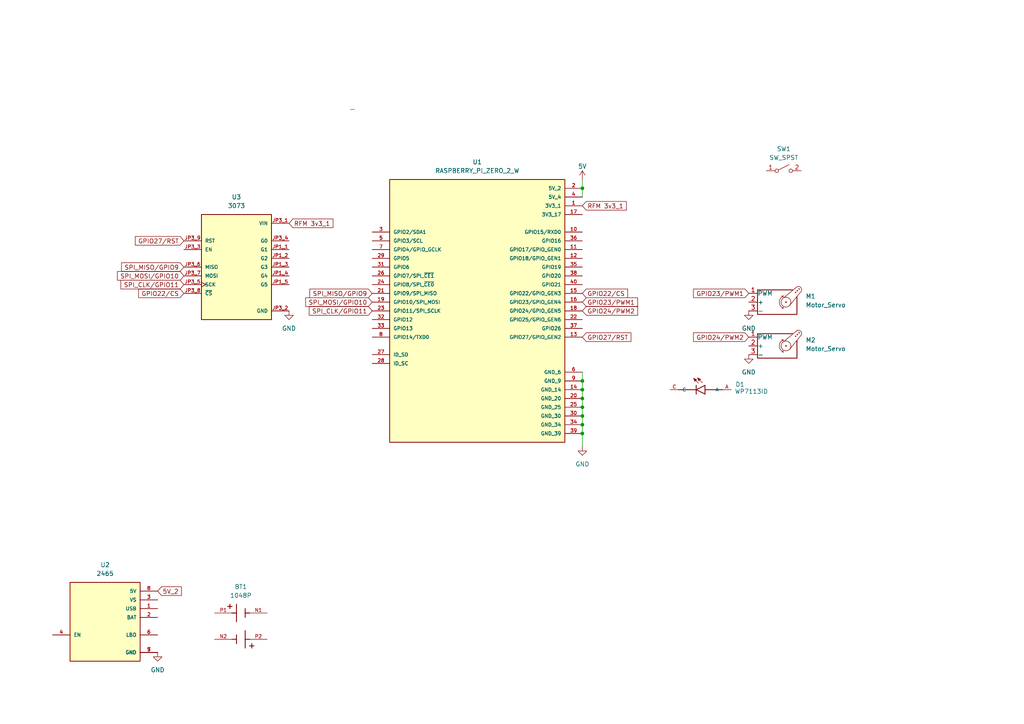
<source format=kicad_sch>
(kicad_sch
	(version 20250114)
	(generator "eeschema")
	(generator_version "9.0")
	(uuid "c8405580-4e51-4ad4-ba46-f370dc369b98")
	(paper "A4")
	(lib_symbols
		(symbol "1048P:1048P"
			(pin_names
				(offset 1.016)
			)
			(exclude_from_sim no)
			(in_bom yes)
			(on_board yes)
			(property "Reference" "BT"
				(at -3.81 6.35 0)
				(effects
					(font
						(size 1.27 1.27)
					)
					(justify left bottom)
				)
			)
			(property "Value" "1048P"
				(at -3.81 -10.16 0)
				(effects
					(font
						(size 1.27 1.27)
					)
					(justify left bottom)
				)
			)
			(property "Footprint" "1048P:BAT_1048P"
				(at 0 0 0)
				(effects
					(font
						(size 1.27 1.27)
					)
					(justify bottom)
					(hide yes)
				)
			)
			(property "Datasheet" ""
				(at 0 0 0)
				(effects
					(font
						(size 1.27 1.27)
					)
					(hide yes)
				)
			)
			(property "Description" ""
				(at 0 0 0)
				(effects
					(font
						(size 1.27 1.27)
					)
					(hide yes)
				)
			)
			(property "MF" "Keystone Electronics"
				(at 0 0 0)
				(effects
					(font
						(size 1.27 1.27)
					)
					(justify bottom)
					(hide yes)
				)
			)
			(property "MAXIMUM_PACKAGE_HEIGHT" "14.85mm"
				(at 0 0 0)
				(effects
					(font
						(size 1.27 1.27)
					)
					(justify bottom)
					(hide yes)
				)
			)
			(property "Package" "None"
				(at 0 0 0)
				(effects
					(font
						(size 1.27 1.27)
					)
					(justify bottom)
					(hide yes)
				)
			)
			(property "Price" "None"
				(at 0 0 0)
				(effects
					(font
						(size 1.27 1.27)
					)
					(justify bottom)
					(hide yes)
				)
			)
			(property "Check_prices" "https://www.snapeda.com/parts/1048P/Keystone/view-part/?ref=eda"
				(at 0 0 0)
				(effects
					(font
						(size 1.27 1.27)
					)
					(justify bottom)
					(hide yes)
				)
			)
			(property "STANDARD" "Manufacturer Recommendations"
				(at 0 0 0)
				(effects
					(font
						(size 1.27 1.27)
					)
					(justify bottom)
					(hide yes)
				)
			)
			(property "PARTREV" "A"
				(at 0 0 0)
				(effects
					(font
						(size 1.27 1.27)
					)
					(justify bottom)
					(hide yes)
				)
			)
			(property "SnapEDA_Link" "https://www.snapeda.com/parts/1048P/Keystone/view-part/?ref=snap"
				(at 0 0 0)
				(effects
					(font
						(size 1.27 1.27)
					)
					(justify bottom)
					(hide yes)
				)
			)
			(property "MP" "1048P"
				(at 0 0 0)
				(effects
					(font
						(size 1.27 1.27)
					)
					(justify bottom)
					(hide yes)
				)
			)
			(property "Description_1" "SMT Polarized Battery Holder for Dual 18650 Batteries | Keystone Electronics 1048P"
				(at 0 0 0)
				(effects
					(font
						(size 1.27 1.27)
					)
					(justify bottom)
					(hide yes)
				)
			)
			(property "MANUFACTURER" "Keystone"
				(at 0 0 0)
				(effects
					(font
						(size 1.27 1.27)
					)
					(justify bottom)
					(hide yes)
				)
			)
			(property "Availability" "In Stock"
				(at 0 0 0)
				(effects
					(font
						(size 1.27 1.27)
					)
					(justify bottom)
					(hide yes)
				)
			)
			(property "SNAPEDA_PN" "1048P"
				(at 0 0 0)
				(effects
					(font
						(size 1.27 1.27)
					)
					(justify bottom)
					(hide yes)
				)
			)
			(symbol "1048P_0_0"
				(polyline
					(pts
						(xy -3.81 4.445) (xy -2.54 4.445)
					)
					(stroke
						(width 0.254)
						(type default)
					)
					(fill
						(type none)
					)
				)
				(polyline
					(pts
						(xy -3.175 5.08) (xy -3.175 3.81)
					)
					(stroke
						(width 0.254)
						(type default)
					)
					(fill
						(type none)
					)
				)
				(polyline
					(pts
						(xy -1.27 5.08) (xy -1.27 2.54)
					)
					(stroke
						(width 0.254)
						(type default)
					)
					(fill
						(type none)
					)
				)
				(polyline
					(pts
						(xy -1.27 2.54) (xy -2.54 2.54)
					)
					(stroke
						(width 0.254)
						(type default)
					)
					(fill
						(type none)
					)
				)
				(polyline
					(pts
						(xy -1.27 2.54) (xy -1.27 0)
					)
					(stroke
						(width 0.254)
						(type default)
					)
					(fill
						(type none)
					)
				)
				(polyline
					(pts
						(xy -1.27 -5.08) (xy -2.54 -5.08)
					)
					(stroke
						(width 0.254)
						(type default)
					)
					(fill
						(type none)
					)
				)
				(polyline
					(pts
						(xy -1.27 -5.08) (xy -1.27 -3.81)
					)
					(stroke
						(width 0.254)
						(type default)
					)
					(fill
						(type none)
					)
				)
				(polyline
					(pts
						(xy -1.27 -6.35) (xy -1.27 -5.08)
					)
					(stroke
						(width 0.254)
						(type default)
					)
					(fill
						(type none)
					)
				)
				(polyline
					(pts
						(xy 1.27 3.81) (xy 1.27 2.54)
					)
					(stroke
						(width 0.254)
						(type default)
					)
					(fill
						(type none)
					)
				)
				(polyline
					(pts
						(xy 1.27 2.54) (xy 1.27 1.27)
					)
					(stroke
						(width 0.254)
						(type default)
					)
					(fill
						(type none)
					)
				)
				(polyline
					(pts
						(xy 1.27 2.54) (xy 2.54 2.54)
					)
					(stroke
						(width 0.254)
						(type default)
					)
					(fill
						(type none)
					)
				)
				(polyline
					(pts
						(xy 1.27 -5.08) (xy 1.27 -2.54)
					)
					(stroke
						(width 0.254)
						(type default)
					)
					(fill
						(type none)
					)
				)
				(polyline
					(pts
						(xy 1.27 -5.08) (xy 2.54 -5.08)
					)
					(stroke
						(width 0.254)
						(type default)
					)
					(fill
						(type none)
					)
				)
				(polyline
					(pts
						(xy 1.27 -7.62) (xy 1.27 -5.08)
					)
					(stroke
						(width 0.254)
						(type default)
					)
					(fill
						(type none)
					)
				)
				(polyline
					(pts
						(xy 3.175 -7.62) (xy 3.175 -6.35)
					)
					(stroke
						(width 0.254)
						(type default)
					)
					(fill
						(type none)
					)
				)
				(polyline
					(pts
						(xy 3.81 -6.985) (xy 2.54 -6.985)
					)
					(stroke
						(width 0.254)
						(type default)
					)
					(fill
						(type none)
					)
				)
				(pin passive line
					(at -7.62 2.54 0)
					(length 5.08)
					(name "~"
						(effects
							(font
								(size 1.016 1.016)
							)
						)
					)
					(number "P1"
						(effects
							(font
								(size 1.016 1.016)
							)
						)
					)
				)
				(pin passive line
					(at -7.62 -5.08 0)
					(length 5.08)
					(name "~"
						(effects
							(font
								(size 1.016 1.016)
							)
						)
					)
					(number "N2"
						(effects
							(font
								(size 1.016 1.016)
							)
						)
					)
				)
				(pin passive line
					(at 7.62 2.54 180)
					(length 5.08)
					(name "~"
						(effects
							(font
								(size 1.016 1.016)
							)
						)
					)
					(number "N1"
						(effects
							(font
								(size 1.016 1.016)
							)
						)
					)
				)
				(pin passive line
					(at 7.62 -5.08 180)
					(length 5.08)
					(name "~"
						(effects
							(font
								(size 1.016 1.016)
							)
						)
					)
					(number "P2"
						(effects
							(font
								(size 1.016 1.016)
							)
						)
					)
				)
			)
			(embedded_fonts no)
		)
		(symbol "2465:2465"
			(pin_names
				(offset 1.016)
			)
			(exclude_from_sim no)
			(in_bom yes)
			(on_board yes)
			(property "Reference" "U"
				(at -22.86 -4.445 0)
				(effects
					(font
						(size 1.27 1.27)
					)
					(justify left bottom)
				)
			)
			(property "Value" "2465"
				(at -26.67 -31.75 0)
				(effects
					(font
						(size 1.27 1.27)
					)
					(justify left bottom)
				)
			)
			(property "Footprint" "2465:MODULE_2465"
				(at -16.51 -16.51 0)
				(effects
					(font
						(size 1.27 1.27)
					)
					(justify bottom)
					(hide yes)
				)
			)
			(property "Datasheet" ""
				(at 0 0 0)
				(effects
					(font
						(size 1.27 1.27)
					)
					(hide yes)
				)
			)
			(property "Description" ""
				(at 0 0 0)
				(effects
					(font
						(size 1.27 1.27)
					)
					(hide yes)
				)
			)
			(property "MF" "Adafruit Industries"
				(at -16.51 -16.51 0)
				(effects
					(font
						(size 1.27 1.27)
					)
					(justify bottom)
					(hide yes)
				)
			)
			(property "MAXIMUM_PACKAGE_HEIGHT" "10.16 mm"
				(at -16.51 -16.51 0)
				(effects
					(font
						(size 1.27 1.27)
					)
					(justify bottom)
					(hide yes)
				)
			)
			(property "Package" "NON-STANDARD-29 ADAFRUIT"
				(at -16.51 -16.51 0)
				(effects
					(font
						(size 1.27 1.27)
					)
					(justify bottom)
					(hide yes)
				)
			)
			(property "Price" "None"
				(at -16.51 -16.51 0)
				(effects
					(font
						(size 1.27 1.27)
					)
					(justify bottom)
					(hide yes)
				)
			)
			(property "Check_prices" "https://www.snapeda.com/parts/2465/Adafruit+Industries/view-part/?ref=eda"
				(at 0 0 0)
				(effects
					(font
						(size 1.27 1.27)
					)
					(justify bottom)
					(hide yes)
				)
			)
			(property "STANDARD" "Manufacturer Recommendations"
				(at -16.51 -16.51 0)
				(effects
					(font
						(size 1.27 1.27)
					)
					(justify bottom)
					(hide yes)
				)
			)
			(property "PARTREV" "B"
				(at -16.51 -16.51 0)
				(effects
					(font
						(size 1.27 1.27)
					)
					(justify bottom)
					(hide yes)
				)
			)
			(property "SnapEDA_Link" "https://www.snapeda.com/parts/2465/Adafruit+Industries/view-part/?ref=snap"
				(at 0 0 0)
				(effects
					(font
						(size 1.27 1.27)
					)
					(justify bottom)
					(hide yes)
				)
			)
			(property "MP" "2465"
				(at -16.51 -16.51 0)
				(effects
					(font
						(size 1.27 1.27)
					)
					(justify bottom)
					(hide yes)
				)
			)
			(property "Description_1" "PowerBoost 1000 Charger - Rechargeable 5V Lipo USB Boost at 1A - 1000C"
				(at 0 0 0)
				(effects
					(font
						(size 1.27 1.27)
					)
					(justify bottom)
					(hide yes)
				)
			)
			(property "Availability" "In Stock"
				(at -16.51 -16.51 0)
				(effects
					(font
						(size 1.27 1.27)
					)
					(justify bottom)
					(hide yes)
				)
			)
			(property "MANUFACTURER" "Adafruit"
				(at -16.51 -16.51 0)
				(effects
					(font
						(size 1.27 1.27)
					)
					(justify bottom)
					(hide yes)
				)
			)
			(symbol "2465_0_0"
				(rectangle
					(start -26.67 -6.35)
					(end -6.35 -29.21)
					(stroke
						(width 0.254)
						(type default)
					)
					(fill
						(type background)
					)
				)
				(pin input line
					(at -31.75 -21.59 0)
					(length 5.08)
					(name "EN"
						(effects
							(font
								(size 1.016 1.016)
							)
						)
					)
					(number "4"
						(effects
							(font
								(size 1.016 1.016)
							)
						)
					)
				)
				(pin power_in line
					(at -1.27 -8.89 180)
					(length 5.08)
					(name "5V"
						(effects
							(font
								(size 1.016 1.016)
							)
						)
					)
					(number "8"
						(effects
							(font
								(size 1.016 1.016)
							)
						)
					)
				)
				(pin output line
					(at -1.27 -21.59 180)
					(length 5.08)
					(name "LBO"
						(effects
							(font
								(size 1.016 1.016)
							)
						)
					)
					(number "6"
						(effects
							(font
								(size 1.016 1.016)
							)
						)
					)
				)
				(pin power_in line
					(at -1.27 -26.67 180)
					(length 5.08)
					(name "GND"
						(effects
							(font
								(size 1.016 1.016)
							)
						)
					)
					(number "7"
						(effects
							(font
								(size 1.016 1.016)
							)
						)
					)
				)
			)
			(symbol "2465_1_0"
				(pin power_in line
					(at -1.27 -11.43 180)
					(length 5.08)
					(name "VS"
						(effects
							(font
								(size 1.016 1.016)
							)
						)
					)
					(number "3"
						(effects
							(font
								(size 1.016 1.016)
							)
						)
					)
				)
				(pin power_in line
					(at -1.27 -13.97 180)
					(length 5.08)
					(name "USB"
						(effects
							(font
								(size 1.016 1.016)
							)
						)
					)
					(number "1"
						(effects
							(font
								(size 1.016 1.016)
							)
						)
					)
				)
				(pin power_in line
					(at -1.27 -16.51 180)
					(length 5.08)
					(name "BAT"
						(effects
							(font
								(size 1.016 1.016)
							)
						)
					)
					(number "2"
						(effects
							(font
								(size 1.016 1.016)
							)
						)
					)
				)
				(pin power_in line
					(at -1.27 -26.67 180)
					(length 5.08)
					(name "GND"
						(effects
							(font
								(size 1.016 1.016)
							)
						)
					)
					(number "5"
						(effects
							(font
								(size 1.016 1.016)
							)
						)
					)
				)
			)
			(embedded_fonts no)
		)
		(symbol "3073:3073"
			(pin_names
				(offset 1.016)
			)
			(exclude_from_sim no)
			(in_bom yes)
			(on_board yes)
			(property "Reference" "U"
				(at -10.16 15.748 0)
				(effects
					(font
						(size 1.27 1.27)
					)
					(justify left bottom)
				)
			)
			(property "Value" "3073"
				(at -10.16 -17.78 0)
				(effects
					(font
						(size 1.27 1.27)
					)
					(justify left bottom)
				)
			)
			(property "Footprint" "3073:MODULE_3073"
				(at 0 0 0)
				(effects
					(font
						(size 1.27 1.27)
					)
					(justify bottom)
					(hide yes)
				)
			)
			(property "Datasheet" ""
				(at 0 0 0)
				(effects
					(font
						(size 1.27 1.27)
					)
					(hide yes)
				)
			)
			(property "Description" ""
				(at 0 0 0)
				(effects
					(font
						(size 1.27 1.27)
					)
					(hide yes)
				)
			)
			(property "DigiKey_Part_Number" ""
				(at 0 0 0)
				(effects
					(font
						(size 1.27 1.27)
					)
					(justify bottom)
					(hide yes)
				)
			)
			(property "SnapEDA_Link" "https://www.snapeda.com/parts/3073/Adafruit+Industries/view-part/?ref=snap"
				(at 0 0 0)
				(effects
					(font
						(size 1.27 1.27)
					)
					(justify bottom)
					(hide yes)
				)
			)
			(property "Description_1" "Adafruit RFM96W LoRa Radio Transceiver Breakout - 433 MHz | Adafruit Industries 3073"
				(at 0 0 0)
				(effects
					(font
						(size 1.27 1.27)
					)
					(justify bottom)
					(hide yes)
				)
			)
			(property "Package" "None"
				(at 0 0 0)
				(effects
					(font
						(size 1.27 1.27)
					)
					(justify bottom)
					(hide yes)
				)
			)
			(property "Check_prices" "https://www.snapeda.com/parts/3073/Adafruit+Industries/view-part/?ref=eda"
				(at 0 0 0)
				(effects
					(font
						(size 1.27 1.27)
					)
					(justify bottom)
					(hide yes)
				)
			)
			(property "STANDARD" "Manufacturer Recommendations"
				(at 0 0 0)
				(effects
					(font
						(size 1.27 1.27)
					)
					(justify bottom)
					(hide yes)
				)
			)
			(property "PARTREV" "2023-10-24"
				(at 0 0 0)
				(effects
					(font
						(size 1.27 1.27)
					)
					(justify bottom)
					(hide yes)
				)
			)
			(property "MF" "Adafruit Industries"
				(at 0 0 0)
				(effects
					(font
						(size 1.27 1.27)
					)
					(justify bottom)
					(hide yes)
				)
			)
			(property "MP" "3073"
				(at 0 0 0)
				(effects
					(font
						(size 1.27 1.27)
					)
					(justify bottom)
					(hide yes)
				)
			)
			(property "MANUFACTURER" "Adafruit Industries LLC"
				(at 0 0 0)
				(effects
					(font
						(size 1.27 1.27)
					)
					(justify bottom)
					(hide yes)
				)
			)
			(symbol "3073_0_0"
				(rectangle
					(start -10.16 -15.24)
					(end 10.16 15.24)
					(stroke
						(width 0.254)
						(type default)
					)
					(fill
						(type background)
					)
				)
				(pin input line
					(at -15.24 7.62 0)
					(length 5.08)
					(name "RST"
						(effects
							(font
								(size 1.016 1.016)
							)
						)
					)
					(number "JP3_9"
						(effects
							(font
								(size 1.016 1.016)
							)
						)
					)
				)
				(pin input line
					(at -15.24 5.08 0)
					(length 5.08)
					(name "EN"
						(effects
							(font
								(size 1.016 1.016)
							)
						)
					)
					(number "JP3_3"
						(effects
							(font
								(size 1.016 1.016)
							)
						)
					)
				)
				(pin output line
					(at -15.24 0 0)
					(length 5.08)
					(name "MISO"
						(effects
							(font
								(size 1.016 1.016)
							)
						)
					)
					(number "JP3_6"
						(effects
							(font
								(size 1.016 1.016)
							)
						)
					)
				)
				(pin input line
					(at -15.24 -2.54 0)
					(length 5.08)
					(name "MOSI"
						(effects
							(font
								(size 1.016 1.016)
							)
						)
					)
					(number "JP3_7"
						(effects
							(font
								(size 1.016 1.016)
							)
						)
					)
				)
				(pin input clock
					(at -15.24 -5.08 0)
					(length 5.08)
					(name "SCK"
						(effects
							(font
								(size 1.016 1.016)
							)
						)
					)
					(number "JP3_5"
						(effects
							(font
								(size 1.016 1.016)
							)
						)
					)
				)
				(pin input line
					(at -15.24 -7.62 0)
					(length 5.08)
					(name "~{CS}"
						(effects
							(font
								(size 1.016 1.016)
							)
						)
					)
					(number "JP3_8"
						(effects
							(font
								(size 1.016 1.016)
							)
						)
					)
				)
				(pin power_in line
					(at 15.24 12.7 180)
					(length 5.08)
					(name "VIN"
						(effects
							(font
								(size 1.016 1.016)
							)
						)
					)
					(number "JP3_1"
						(effects
							(font
								(size 1.016 1.016)
							)
						)
					)
				)
				(pin bidirectional line
					(at 15.24 7.62 180)
					(length 5.08)
					(name "G0"
						(effects
							(font
								(size 1.016 1.016)
							)
						)
					)
					(number "JP3_4"
						(effects
							(font
								(size 1.016 1.016)
							)
						)
					)
				)
				(pin bidirectional line
					(at 15.24 5.08 180)
					(length 5.08)
					(name "G1"
						(effects
							(font
								(size 1.016 1.016)
							)
						)
					)
					(number "JP1_1"
						(effects
							(font
								(size 1.016 1.016)
							)
						)
					)
				)
				(pin bidirectional line
					(at 15.24 2.54 180)
					(length 5.08)
					(name "G2"
						(effects
							(font
								(size 1.016 1.016)
							)
						)
					)
					(number "JP1_2"
						(effects
							(font
								(size 1.016 1.016)
							)
						)
					)
				)
				(pin bidirectional line
					(at 15.24 0 180)
					(length 5.08)
					(name "G3"
						(effects
							(font
								(size 1.016 1.016)
							)
						)
					)
					(number "JP1_3"
						(effects
							(font
								(size 1.016 1.016)
							)
						)
					)
				)
				(pin bidirectional line
					(at 15.24 -2.54 180)
					(length 5.08)
					(name "G4"
						(effects
							(font
								(size 1.016 1.016)
							)
						)
					)
					(number "JP1_4"
						(effects
							(font
								(size 1.016 1.016)
							)
						)
					)
				)
				(pin bidirectional line
					(at 15.24 -5.08 180)
					(length 5.08)
					(name "G5"
						(effects
							(font
								(size 1.016 1.016)
							)
						)
					)
					(number "JP1_5"
						(effects
							(font
								(size 1.016 1.016)
							)
						)
					)
				)
				(pin power_in line
					(at 15.24 -12.7 180)
					(length 5.08)
					(name "GND"
						(effects
							(font
								(size 1.016 1.016)
							)
						)
					)
					(number "JP3_2"
						(effects
							(font
								(size 1.016 1.016)
							)
						)
					)
				)
			)
			(embedded_fonts no)
		)
		(symbol "Motor:Motor_Servo"
			(pin_names
				(offset 0.0254)
			)
			(exclude_from_sim no)
			(in_bom yes)
			(on_board yes)
			(property "Reference" "M"
				(at -5.08 4.445 0)
				(effects
					(font
						(size 1.27 1.27)
					)
					(justify left)
				)
			)
			(property "Value" "Motor_Servo"
				(at -5.08 -4.064 0)
				(effects
					(font
						(size 1.27 1.27)
					)
					(justify left top)
				)
			)
			(property "Footprint" ""
				(at 0 -4.826 0)
				(effects
					(font
						(size 1.27 1.27)
					)
					(hide yes)
				)
			)
			(property "Datasheet" "http://forums.parallax.com/uploads/attachments/46831/74481.png"
				(at 0 -4.826 0)
				(effects
					(font
						(size 1.27 1.27)
					)
					(hide yes)
				)
			)
			(property "Description" "Servo Motor (Futaba, HiTec, JR connector)"
				(at 0 0 0)
				(effects
					(font
						(size 1.27 1.27)
					)
					(hide yes)
				)
			)
			(property "ki_keywords" "Servo Motor"
				(at 0 0 0)
				(effects
					(font
						(size 1.27 1.27)
					)
					(hide yes)
				)
			)
			(property "ki_fp_filters" "PinHeader*P2.54mm*"
				(at 0 0 0)
				(effects
					(font
						(size 1.27 1.27)
					)
					(hide yes)
				)
			)
			(symbol "Motor_Servo_0_1"
				(polyline
					(pts
						(xy 2.413 1.778) (xy 1.905 1.778)
					)
					(stroke
						(width 0)
						(type default)
					)
					(fill
						(type none)
					)
				)
				(polyline
					(pts
						(xy 2.413 1.778) (xy 2.286 1.397)
					)
					(stroke
						(width 0)
						(type default)
					)
					(fill
						(type none)
					)
				)
				(polyline
					(pts
						(xy 2.413 -1.778) (xy 2.032 -1.778)
					)
					(stroke
						(width 0)
						(type default)
					)
					(fill
						(type none)
					)
				)
				(polyline
					(pts
						(xy 2.413 -1.778) (xy 2.286 -1.397)
					)
					(stroke
						(width 0)
						(type default)
					)
					(fill
						(type none)
					)
				)
				(arc
					(start 2.413 -1.778)
					(mid 1.2406 0)
					(end 2.413 1.778)
					(stroke
						(width 0)
						(type default)
					)
					(fill
						(type none)
					)
				)
				(circle
					(center 3.175 0)
					(radius 0.1778)
					(stroke
						(width 0)
						(type default)
					)
					(fill
						(type none)
					)
				)
				(circle
					(center 3.175 0)
					(radius 1.4224)
					(stroke
						(width 0)
						(type default)
					)
					(fill
						(type none)
					)
				)
				(polyline
					(pts
						(xy 5.08 3.556) (xy -5.08 3.556) (xy -5.08 -3.556) (xy 6.35 -3.556) (xy 6.35 1.524)
					)
					(stroke
						(width 0.254)
						(type default)
					)
					(fill
						(type none)
					)
				)
				(circle
					(center 5.969 2.794)
					(radius 0.127)
					(stroke
						(width 0)
						(type default)
					)
					(fill
						(type none)
					)
				)
				(polyline
					(pts
						(xy 6.35 4.445) (xy 2.54 1.27)
					)
					(stroke
						(width 0)
						(type default)
					)
					(fill
						(type none)
					)
				)
				(circle
					(center 6.477 3.302)
					(radius 0.127)
					(stroke
						(width 0)
						(type default)
					)
					(fill
						(type none)
					)
				)
				(arc
					(start 6.35 4.445)
					(mid 7.4487 4.2737)
					(end 7.62 3.175)
					(stroke
						(width 0)
						(type default)
					)
					(fill
						(type none)
					)
				)
				(circle
					(center 6.985 3.81)
					(radius 0.127)
					(stroke
						(width 0)
						(type default)
					)
					(fill
						(type none)
					)
				)
				(polyline
					(pts
						(xy 7.62 3.175) (xy 4.191 -1.016)
					)
					(stroke
						(width 0)
						(type default)
					)
					(fill
						(type none)
					)
				)
			)
			(symbol "Motor_Servo_1_1"
				(pin passive line
					(at -7.62 2.54 0)
					(length 2.54)
					(name "PWM"
						(effects
							(font
								(size 1.27 1.27)
							)
						)
					)
					(number "1"
						(effects
							(font
								(size 1.27 1.27)
							)
						)
					)
				)
				(pin passive line
					(at -7.62 0 0)
					(length 2.54)
					(name "+"
						(effects
							(font
								(size 1.27 1.27)
							)
						)
					)
					(number "2"
						(effects
							(font
								(size 1.27 1.27)
							)
						)
					)
				)
				(pin passive line
					(at -7.62 -2.54 0)
					(length 2.54)
					(name "-"
						(effects
							(font
								(size 1.27 1.27)
							)
						)
					)
					(number "3"
						(effects
							(font
								(size 1.27 1.27)
							)
						)
					)
				)
			)
			(embedded_fonts no)
		)
		(symbol "RASPBERRY_PI_ZERO_2_W:RASPBERRY_PI_ZERO_2_W"
			(pin_names
				(offset 1.016)
			)
			(exclude_from_sim no)
			(in_bom yes)
			(on_board yes)
			(property "Reference" "U"
				(at -36.85 57.1762 0)
				(effects
					(font
						(size 1.27 1.27)
					)
					(justify left bottom)
				)
			)
			(property "Value" "RASPBERRY_PI_ZERO_2_W"
				(at -36.8491 -22.8887 0)
				(effects
					(font
						(size 1.27 1.27)
					)
					(justify left bottom)
				)
			)
			(property "Footprint" "RASPBERRY_PI_ZERO_2_W:MODULE_RASPBERRY_PI_ZERO_2_W"
				(at -21.59 -54.61 0)
				(effects
					(font
						(size 1.27 1.27)
					)
					(justify bottom)
					(hide yes)
				)
			)
			(property "Datasheet" ""
				(at 0 0 0)
				(effects
					(font
						(size 1.27 1.27)
					)
					(hide yes)
				)
			)
			(property "Description" ""
				(at 0 0 0)
				(effects
					(font
						(size 1.27 1.27)
					)
					(hide yes)
				)
			)
			(property "MF" "Raspberry Pi"
				(at -26.416 -42.418 0)
				(effects
					(font
						(size 1.27 1.27)
					)
					(justify bottom)
					(hide yes)
				)
			)
			(property "Description_1" "At the heart of Raspberry Pi Zero 2 W is RP3A0, a custom-built system-in-package designed by Raspberry Pi in the UK."
				(at 44.958 -52.07 0)
				(effects
					(font
						(size 1.27 1.27)
					)
					(justify bottom)
					(hide yes)
				)
			)
			(property "Package" "None"
				(at -37.338 -49.53 0)
				(effects
					(font
						(size 1.27 1.27)
					)
					(justify bottom)
					(hide yes)
				)
			)
			(property "Price" "None"
				(at -65.786 -52.832 0)
				(effects
					(font
						(size 1.27 1.27)
					)
					(justify bottom)
					(hide yes)
				)
			)
			(property "Check_prices" "https://www.snapeda.com/parts/RASPBERRY%20PI%20ZERO%202%20W/Raspberry+Pi/view-part/?ref=eda"
				(at -18.288 -30.48 0)
				(effects
					(font
						(size 1.27 1.27)
					)
					(justify bottom)
					(hide yes)
				)
			)
			(property "STANDARD" "Manufacturer Recommendations"
				(at -17.78 -56.388 0)
				(effects
					(font
						(size 1.27 1.27)
					)
					(justify bottom)
					(hide yes)
				)
			)
			(property "PARTREV" "April 2024"
				(at -51.816 -45.72 0)
				(effects
					(font
						(size 1.27 1.27)
					)
					(justify bottom)
					(hide yes)
				)
			)
			(property "SnapEDA_Link" "https://www.snapeda.com/parts/RASPBERRY%20PI%20ZERO%202%20W/Raspberry+Pi/view-part/?ref=snap"
				(at -16.256 -36.83 0)
				(effects
					(font
						(size 1.27 1.27)
					)
					(justify bottom)
					(hide yes)
				)
			)
			(property "MP" "RASPBERRY PI ZERO 2 W"
				(at -12.446 -4.318 0)
				(effects
					(font
						(size 1.27 1.27)
					)
					(justify bottom)
					(hide yes)
				)
			)
			(property "Availability" "In Stock"
				(at -54.864 -44.704 0)
				(effects
					(font
						(size 1.27 1.27)
					)
					(justify bottom)
					(hide yes)
				)
			)
			(property "MANUFACTURER" "Raspberry Pi"
				(at -49.53 -44.958 0)
				(effects
					(font
						(size 1.27 1.27)
					)
					(justify bottom)
					(hide yes)
				)
			)
			(symbol "RASPBERRY_PI_ZERO_2_W_0_0"
				(rectangle
					(start -36.83 -20.32)
					(end 13.97 55.88)
					(stroke
						(width 0.254)
						(type default)
					)
					(fill
						(type background)
					)
				)
				(pin bidirectional line
					(at -41.91 40.64 0)
					(length 5.08)
					(name "GPIO2/SDA1"
						(effects
							(font
								(size 1.016 1.016)
							)
						)
					)
					(number "3"
						(effects
							(font
								(size 1.016 1.016)
							)
						)
					)
				)
				(pin bidirectional line
					(at -41.91 38.1 0)
					(length 5.08)
					(name "GPIO3/SCL"
						(effects
							(font
								(size 1.016 1.016)
							)
						)
					)
					(number "5"
						(effects
							(font
								(size 1.016 1.016)
							)
						)
					)
				)
				(pin bidirectional line
					(at -41.91 35.56 0)
					(length 5.08)
					(name "GPIO4/GPIO_GCLK"
						(effects
							(font
								(size 1.016 1.016)
							)
						)
					)
					(number "7"
						(effects
							(font
								(size 1.016 1.016)
							)
						)
					)
				)
				(pin bidirectional line
					(at -41.91 33.02 0)
					(length 5.08)
					(name "GPIO5"
						(effects
							(font
								(size 1.016 1.016)
							)
						)
					)
					(number "29"
						(effects
							(font
								(size 1.016 1.016)
							)
						)
					)
				)
				(pin bidirectional line
					(at -41.91 30.48 0)
					(length 5.08)
					(name "GPIO6"
						(effects
							(font
								(size 1.016 1.016)
							)
						)
					)
					(number "31"
						(effects
							(font
								(size 1.016 1.016)
							)
						)
					)
				)
				(pin bidirectional line
					(at -41.91 27.94 0)
					(length 5.08)
					(name "GPIO7/SPI_~{CE1}"
						(effects
							(font
								(size 1.016 1.016)
							)
						)
					)
					(number "26"
						(effects
							(font
								(size 1.016 1.016)
							)
						)
					)
				)
				(pin bidirectional line
					(at -41.91 25.4 0)
					(length 5.08)
					(name "GPIO8/SPI_~{CE0}"
						(effects
							(font
								(size 1.016 1.016)
							)
						)
					)
					(number "24"
						(effects
							(font
								(size 1.016 1.016)
							)
						)
					)
				)
				(pin bidirectional line
					(at -41.91 22.86 0)
					(length 5.08)
					(name "GPIO9/SPI_MISO"
						(effects
							(font
								(size 1.016 1.016)
							)
						)
					)
					(number "21"
						(effects
							(font
								(size 1.016 1.016)
							)
						)
					)
				)
				(pin bidirectional line
					(at -41.91 20.32 0)
					(length 5.08)
					(name "GPIO10/SPI_MOSI"
						(effects
							(font
								(size 1.016 1.016)
							)
						)
					)
					(number "19"
						(effects
							(font
								(size 1.016 1.016)
							)
						)
					)
				)
				(pin bidirectional line
					(at -41.91 17.78 0)
					(length 5.08)
					(name "GPIO11/SPI_SCLK"
						(effects
							(font
								(size 1.016 1.016)
							)
						)
					)
					(number "23"
						(effects
							(font
								(size 1.016 1.016)
							)
						)
					)
				)
				(pin bidirectional line
					(at -41.91 15.24 0)
					(length 5.08)
					(name "GPIO12"
						(effects
							(font
								(size 1.016 1.016)
							)
						)
					)
					(number "32"
						(effects
							(font
								(size 1.016 1.016)
							)
						)
					)
				)
				(pin bidirectional line
					(at -41.91 12.7 0)
					(length 5.08)
					(name "GPIO13"
						(effects
							(font
								(size 1.016 1.016)
							)
						)
					)
					(number "33"
						(effects
							(font
								(size 1.016 1.016)
							)
						)
					)
				)
				(pin bidirectional line
					(at -41.91 10.16 0)
					(length 5.08)
					(name "GPIO14/TXD0"
						(effects
							(font
								(size 1.016 1.016)
							)
						)
					)
					(number "8"
						(effects
							(font
								(size 1.016 1.016)
							)
						)
					)
				)
				(pin bidirectional line
					(at -41.91 5.08 0)
					(length 5.08)
					(name "ID_SD"
						(effects
							(font
								(size 1.016 1.016)
							)
						)
					)
					(number "27"
						(effects
							(font
								(size 1.016 1.016)
							)
						)
					)
				)
				(pin bidirectional line
					(at -41.91 2.54 0)
					(length 5.08)
					(name "ID_SC"
						(effects
							(font
								(size 1.016 1.016)
							)
						)
					)
					(number "28"
						(effects
							(font
								(size 1.016 1.016)
							)
						)
					)
				)
				(pin power_in line
					(at 19.05 53.34 180)
					(length 5.08)
					(name "5V_2"
						(effects
							(font
								(size 1.016 1.016)
							)
						)
					)
					(number "2"
						(effects
							(font
								(size 1.016 1.016)
							)
						)
					)
				)
				(pin power_in line
					(at 19.05 50.8 180)
					(length 5.08)
					(name "5V_4"
						(effects
							(font
								(size 1.016 1.016)
							)
						)
					)
					(number "4"
						(effects
							(font
								(size 1.016 1.016)
							)
						)
					)
				)
				(pin power_in line
					(at 19.05 48.26 180)
					(length 5.08)
					(name "3V3_1"
						(effects
							(font
								(size 1.016 1.016)
							)
						)
					)
					(number "1"
						(effects
							(font
								(size 1.016 1.016)
							)
						)
					)
				)
				(pin power_in line
					(at 19.05 45.72 180)
					(length 5.08)
					(name "3V3_17"
						(effects
							(font
								(size 1.016 1.016)
							)
						)
					)
					(number "17"
						(effects
							(font
								(size 1.016 1.016)
							)
						)
					)
				)
				(pin bidirectional line
					(at 19.05 40.64 180)
					(length 5.08)
					(name "GPIO15/RXD0"
						(effects
							(font
								(size 1.016 1.016)
							)
						)
					)
					(number "10"
						(effects
							(font
								(size 1.016 1.016)
							)
						)
					)
				)
				(pin bidirectional line
					(at 19.05 38.1 180)
					(length 5.08)
					(name "GPIO16"
						(effects
							(font
								(size 1.016 1.016)
							)
						)
					)
					(number "36"
						(effects
							(font
								(size 1.016 1.016)
							)
						)
					)
				)
				(pin bidirectional line
					(at 19.05 35.56 180)
					(length 5.08)
					(name "GPIO17/GPIO_GEN0"
						(effects
							(font
								(size 1.016 1.016)
							)
						)
					)
					(number "11"
						(effects
							(font
								(size 1.016 1.016)
							)
						)
					)
				)
				(pin bidirectional line
					(at 19.05 33.02 180)
					(length 5.08)
					(name "GPIO18/GPIO_GEN1"
						(effects
							(font
								(size 1.016 1.016)
							)
						)
					)
					(number "12"
						(effects
							(font
								(size 1.016 1.016)
							)
						)
					)
				)
				(pin bidirectional line
					(at 19.05 30.48 180)
					(length 5.08)
					(name "GPIO19"
						(effects
							(font
								(size 1.016 1.016)
							)
						)
					)
					(number "35"
						(effects
							(font
								(size 1.016 1.016)
							)
						)
					)
				)
				(pin bidirectional line
					(at 19.05 27.94 180)
					(length 5.08)
					(name "GPIO20"
						(effects
							(font
								(size 1.016 1.016)
							)
						)
					)
					(number "38"
						(effects
							(font
								(size 1.016 1.016)
							)
						)
					)
				)
				(pin bidirectional line
					(at 19.05 25.4 180)
					(length 5.08)
					(name "GPIO21"
						(effects
							(font
								(size 1.016 1.016)
							)
						)
					)
					(number "40"
						(effects
							(font
								(size 1.016 1.016)
							)
						)
					)
				)
				(pin bidirectional line
					(at 19.05 22.86 180)
					(length 5.08)
					(name "GPIO22/GPIO_GEN3"
						(effects
							(font
								(size 1.016 1.016)
							)
						)
					)
					(number "15"
						(effects
							(font
								(size 1.016 1.016)
							)
						)
					)
				)
				(pin bidirectional line
					(at 19.05 20.32 180)
					(length 5.08)
					(name "GPIO23/GPIO_GEN4"
						(effects
							(font
								(size 1.016 1.016)
							)
						)
					)
					(number "16"
						(effects
							(font
								(size 1.016 1.016)
							)
						)
					)
				)
				(pin bidirectional line
					(at 19.05 17.78 180)
					(length 5.08)
					(name "GPIO24/GPIO_GEN5"
						(effects
							(font
								(size 1.016 1.016)
							)
						)
					)
					(number "18"
						(effects
							(font
								(size 1.016 1.016)
							)
						)
					)
				)
				(pin bidirectional line
					(at 19.05 15.24 180)
					(length 5.08)
					(name "GPIO25/GPIO_GEN6"
						(effects
							(font
								(size 1.016 1.016)
							)
						)
					)
					(number "22"
						(effects
							(font
								(size 1.016 1.016)
							)
						)
					)
				)
				(pin bidirectional line
					(at 19.05 12.7 180)
					(length 5.08)
					(name "GPIO26"
						(effects
							(font
								(size 1.016 1.016)
							)
						)
					)
					(number "37"
						(effects
							(font
								(size 1.016 1.016)
							)
						)
					)
				)
				(pin bidirectional line
					(at 19.05 10.16 180)
					(length 5.08)
					(name "GPIO27/GPIO_GEN2"
						(effects
							(font
								(size 1.016 1.016)
							)
						)
					)
					(number "13"
						(effects
							(font
								(size 1.016 1.016)
							)
						)
					)
				)
				(pin power_in line
					(at 19.05 0 180)
					(length 5.08)
					(name "GND_6"
						(effects
							(font
								(size 1.016 1.016)
							)
						)
					)
					(number "6"
						(effects
							(font
								(size 1.016 1.016)
							)
						)
					)
				)
				(pin power_in line
					(at 19.05 -2.54 180)
					(length 5.08)
					(name "GND_9"
						(effects
							(font
								(size 1.016 1.016)
							)
						)
					)
					(number "9"
						(effects
							(font
								(size 1.016 1.016)
							)
						)
					)
				)
				(pin power_in line
					(at 19.05 -5.08 180)
					(length 5.08)
					(name "GND_14"
						(effects
							(font
								(size 1.016 1.016)
							)
						)
					)
					(number "14"
						(effects
							(font
								(size 1.016 1.016)
							)
						)
					)
				)
				(pin power_in line
					(at 19.05 -7.62 180)
					(length 5.08)
					(name "GND_20"
						(effects
							(font
								(size 1.016 1.016)
							)
						)
					)
					(number "20"
						(effects
							(font
								(size 1.016 1.016)
							)
						)
					)
				)
				(pin power_in line
					(at 19.05 -10.16 180)
					(length 5.08)
					(name "GND_25"
						(effects
							(font
								(size 1.016 1.016)
							)
						)
					)
					(number "25"
						(effects
							(font
								(size 1.016 1.016)
							)
						)
					)
				)
				(pin power_in line
					(at 19.05 -12.7 180)
					(length 5.08)
					(name "GND_30"
						(effects
							(font
								(size 1.016 1.016)
							)
						)
					)
					(number "30"
						(effects
							(font
								(size 1.016 1.016)
							)
						)
					)
				)
				(pin power_in line
					(at 19.05 -15.24 180)
					(length 5.08)
					(name "GND_34"
						(effects
							(font
								(size 1.016 1.016)
							)
						)
					)
					(number "34"
						(effects
							(font
								(size 1.016 1.016)
							)
						)
					)
				)
				(pin power_in line
					(at 19.05 -17.78 180)
					(length 5.08)
					(name "GND_39"
						(effects
							(font
								(size 1.016 1.016)
							)
						)
					)
					(number "39"
						(effects
							(font
								(size 1.016 1.016)
							)
						)
					)
				)
			)
			(embedded_fonts no)
		)
		(symbol "SparkFun-PowerSymbol:5V"
			(power)
			(pin_names
				(offset 0)
			)
			(exclude_from_sim no)
			(in_bom yes)
			(on_board yes)
			(property "Reference" "#PWR"
				(at 0 -3.81 0)
				(effects
					(font
						(size 1.27 1.27)
					)
					(hide yes)
				)
			)
			(property "Value" "5V"
				(at 0 3.81 0)
				(do_not_autoplace)
				(effects
					(font
						(size 1.27 1.27)
					)
				)
			)
			(property "Footprint" ""
				(at 0 0 0)
				(effects
					(font
						(size 1.27 1.27)
					)
					(hide yes)
				)
			)
			(property "Datasheet" ""
				(at 0 0 0)
				(effects
					(font
						(size 1.27 1.27)
					)
					(hide yes)
				)
			)
			(property "Description" "Power symbol creates a global label with name \"5V\""
				(at 0 -6.35 0)
				(effects
					(font
						(size 1.27 1.27)
					)
					(hide yes)
				)
			)
			(property "ki_keywords" "SparkFun global power"
				(at 0 0 0)
				(effects
					(font
						(size 1.27 1.27)
					)
					(hide yes)
				)
			)
			(symbol "5V_0_1"
				(polyline
					(pts
						(xy -0.762 1.27) (xy 0 2.54)
					)
					(stroke
						(width 0)
						(type default)
					)
					(fill
						(type none)
					)
				)
				(polyline
					(pts
						(xy 0 2.54) (xy 0.762 1.27)
					)
					(stroke
						(width 0)
						(type default)
					)
					(fill
						(type none)
					)
				)
				(polyline
					(pts
						(xy 0 0) (xy 0 2.54)
					)
					(stroke
						(width 0)
						(type default)
					)
					(fill
						(type none)
					)
				)
			)
			(symbol "5V_1_1"
				(pin power_in line
					(at 0 0 90)
					(length 0)
					(hide yes)
					(name "5V"
						(effects
							(font
								(size 1.27 1.27)
							)
						)
					)
					(number "1"
						(effects
							(font
								(size 1.27 1.27)
							)
						)
					)
				)
			)
			(embedded_fonts no)
		)
		(symbol "Switch:SW_SPST"
			(pin_names
				(offset 0)
				(hide yes)
			)
			(exclude_from_sim no)
			(in_bom yes)
			(on_board yes)
			(property "Reference" "SW"
				(at 0 3.175 0)
				(effects
					(font
						(size 1.27 1.27)
					)
				)
			)
			(property "Value" "SW_SPST"
				(at 0 -2.54 0)
				(effects
					(font
						(size 1.27 1.27)
					)
				)
			)
			(property "Footprint" ""
				(at 0 0 0)
				(effects
					(font
						(size 1.27 1.27)
					)
					(hide yes)
				)
			)
			(property "Datasheet" "~"
				(at 0 0 0)
				(effects
					(font
						(size 1.27 1.27)
					)
					(hide yes)
				)
			)
			(property "Description" "Single Pole Single Throw (SPST) switch"
				(at 0 0 0)
				(effects
					(font
						(size 1.27 1.27)
					)
					(hide yes)
				)
			)
			(property "ki_keywords" "switch lever"
				(at 0 0 0)
				(effects
					(font
						(size 1.27 1.27)
					)
					(hide yes)
				)
			)
			(symbol "SW_SPST_0_0"
				(circle
					(center -2.032 0)
					(radius 0.508)
					(stroke
						(width 0)
						(type default)
					)
					(fill
						(type none)
					)
				)
				(polyline
					(pts
						(xy -1.524 0.254) (xy 1.524 1.778)
					)
					(stroke
						(width 0)
						(type default)
					)
					(fill
						(type none)
					)
				)
				(circle
					(center 2.032 0)
					(radius 0.508)
					(stroke
						(width 0)
						(type default)
					)
					(fill
						(type none)
					)
				)
			)
			(symbol "SW_SPST_1_1"
				(pin passive line
					(at -5.08 0 0)
					(length 2.54)
					(name "A"
						(effects
							(font
								(size 1.27 1.27)
							)
						)
					)
					(number "1"
						(effects
							(font
								(size 1.27 1.27)
							)
						)
					)
				)
				(pin passive line
					(at 5.08 0 180)
					(length 2.54)
					(name "B"
						(effects
							(font
								(size 1.27 1.27)
							)
						)
					)
					(number "2"
						(effects
							(font
								(size 1.27 1.27)
							)
						)
					)
				)
			)
			(embedded_fonts no)
		)
		(symbol "WP7113ID:WP7113ID"
			(pin_names
				(offset 1.016)
			)
			(exclude_from_sim no)
			(in_bom yes)
			(on_board yes)
			(property "Reference" "D"
				(at -2.0355 4.071 0)
				(effects
					(font
						(size 1.27 1.27)
					)
					(justify left bottom)
				)
			)
			(property "Value" "WP7113ID"
				(at -2.0386 -3.8224 0)
				(effects
					(font
						(size 1.27 1.27)
					)
					(justify left bottom)
				)
			)
			(property "Footprint" "WP7113ID:LED_WP7113ID"
				(at 0 0 0)
				(effects
					(font
						(size 1.27 1.27)
					)
					(justify bottom)
					(hide yes)
				)
			)
			(property "Datasheet" ""
				(at 0 0 0)
				(effects
					(font
						(size 1.27 1.27)
					)
					(hide yes)
				)
			)
			(property "Description" ""
				(at 0 0 0)
				(effects
					(font
						(size 1.27 1.27)
					)
					(hide yes)
				)
			)
			(property "MF" "Kingbright"
				(at 0 0 0)
				(effects
					(font
						(size 1.27 1.27)
					)
					(justify bottom)
					(hide yes)
				)
			)
			(property "Description_1" "Red 617nm LED Indication - Discrete 2V Radial"
				(at 0 0 0)
				(effects
					(font
						(size 1.27 1.27)
					)
					(justify bottom)
					(hide yes)
				)
			)
			(property "Package" "Radial Kingbright"
				(at 0 0 0)
				(effects
					(font
						(size 1.27 1.27)
					)
					(justify bottom)
					(hide yes)
				)
			)
			(property "Price" "None"
				(at 0 0 0)
				(effects
					(font
						(size 1.27 1.27)
					)
					(justify bottom)
					(hide yes)
				)
			)
			(property "Check_prices" "https://www.snapeda.com/parts/WP7113ID/Kingbright/view-part/?ref=eda"
				(at 0 0 0)
				(effects
					(font
						(size 1.27 1.27)
					)
					(justify bottom)
					(hide yes)
				)
			)
			(property "SnapEDA_Link" "https://www.snapeda.com/parts/WP7113ID/Kingbright/view-part/?ref=snap"
				(at 0 0 0)
				(effects
					(font
						(size 1.27 1.27)
					)
					(justify bottom)
					(hide yes)
				)
			)
			(property "MP" "WP7113ID"
				(at 0 0 0)
				(effects
					(font
						(size 1.27 1.27)
					)
					(justify bottom)
					(hide yes)
				)
			)
			(property "Availability" "In Stock"
				(at 0 0 0)
				(effects
					(font
						(size 1.27 1.27)
					)
					(justify bottom)
					(hide yes)
				)
			)
			(property "MANUFACTURER" "Kingbright"
				(at 0 0 0)
				(effects
					(font
						(size 1.27 1.27)
					)
					(justify bottom)
					(hide yes)
				)
			)
			(symbol "WP7113ID_0_0"
				(polyline
					(pts
						(xy -5.08 0) (xy 0 0)
					)
					(stroke
						(width 0.254)
						(type default)
					)
					(fill
						(type none)
					)
				)
				(polyline
					(pts
						(xy -0.762 3.302) (xy 0.127 2.921) (xy -0.381 2.413) (xy -0.762 3.302)
					)
					(stroke
						(width 0.1524)
						(type default)
					)
					(fill
						(type outline)
					)
				)
				(polyline
					(pts
						(xy 0 0) (xy 0 1.27)
					)
					(stroke
						(width 0.254)
						(type default)
					)
					(fill
						(type none)
					)
				)
				(polyline
					(pts
						(xy 0 0) (xy 2.54 1.27)
					)
					(stroke
						(width 0.254)
						(type default)
					)
					(fill
						(type none)
					)
				)
				(polyline
					(pts
						(xy 0 -1.27) (xy 0 0)
					)
					(stroke
						(width 0.254)
						(type default)
					)
					(fill
						(type none)
					)
				)
				(polyline
					(pts
						(xy 0.381 3.429) (xy 1.27 3.048) (xy 0.762 2.54) (xy 0.381 3.429)
					)
					(stroke
						(width 0.1524)
						(type default)
					)
					(fill
						(type outline)
					)
				)
				(polyline
					(pts
						(xy 0.635 1.905) (xy -0.762 3.302)
					)
					(stroke
						(width 0.1524)
						(type default)
					)
					(fill
						(type none)
					)
				)
				(polyline
					(pts
						(xy 1.778 2.032) (xy 0.381 3.429)
					)
					(stroke
						(width 0.1524)
						(type default)
					)
					(fill
						(type none)
					)
				)
				(polyline
					(pts
						(xy 2.54 0) (xy 2.54 1.27)
					)
					(stroke
						(width 0.254)
						(type default)
					)
					(fill
						(type none)
					)
				)
				(polyline
					(pts
						(xy 2.54 0) (xy 7.62 0)
					)
					(stroke
						(width 0.254)
						(type default)
					)
					(fill
						(type none)
					)
				)
				(polyline
					(pts
						(xy 2.54 -1.27) (xy 0 0)
					)
					(stroke
						(width 0.254)
						(type default)
					)
					(fill
						(type none)
					)
				)
				(polyline
					(pts
						(xy 2.54 -1.27) (xy 2.54 0)
					)
					(stroke
						(width 0.254)
						(type default)
					)
					(fill
						(type none)
					)
				)
				(pin passive line
					(at -7.62 0 0)
					(length 2.54)
					(name "C"
						(effects
							(font
								(size 1.016 1.016)
							)
						)
					)
					(number "C"
						(effects
							(font
								(size 1.016 1.016)
							)
						)
					)
				)
				(pin passive line
					(at 10.16 0 180)
					(length 2.54)
					(name "A"
						(effects
							(font
								(size 1.016 1.016)
							)
						)
					)
					(number "A"
						(effects
							(font
								(size 1.016 1.016)
							)
						)
					)
				)
			)
			(embedded_fonts no)
		)
		(symbol "power:GND"
			(power)
			(pin_numbers
				(hide yes)
			)
			(pin_names
				(offset 0)
				(hide yes)
			)
			(exclude_from_sim no)
			(in_bom yes)
			(on_board yes)
			(property "Reference" "#PWR"
				(at 0 -6.35 0)
				(effects
					(font
						(size 1.27 1.27)
					)
					(hide yes)
				)
			)
			(property "Value" "GND"
				(at 0 -3.81 0)
				(effects
					(font
						(size 1.27 1.27)
					)
				)
			)
			(property "Footprint" ""
				(at 0 0 0)
				(effects
					(font
						(size 1.27 1.27)
					)
					(hide yes)
				)
			)
			(property "Datasheet" ""
				(at 0 0 0)
				(effects
					(font
						(size 1.27 1.27)
					)
					(hide yes)
				)
			)
			(property "Description" "Power symbol creates a global label with name \"GND\" , ground"
				(at 0 0 0)
				(effects
					(font
						(size 1.27 1.27)
					)
					(hide yes)
				)
			)
			(property "ki_keywords" "global power"
				(at 0 0 0)
				(effects
					(font
						(size 1.27 1.27)
					)
					(hide yes)
				)
			)
			(symbol "GND_0_1"
				(polyline
					(pts
						(xy 0 0) (xy 0 -1.27) (xy 1.27 -1.27) (xy 0 -2.54) (xy -1.27 -1.27) (xy 0 -1.27)
					)
					(stroke
						(width 0)
						(type default)
					)
					(fill
						(type none)
					)
				)
			)
			(symbol "GND_1_1"
				(pin power_in line
					(at 0 0 270)
					(length 0)
					(name "~"
						(effects
							(font
								(size 1.27 1.27)
							)
						)
					)
					(number "1"
						(effects
							(font
								(size 1.27 1.27)
							)
						)
					)
				)
			)
			(embedded_fonts no)
		)
	)
	(junction
		(at 168.91 123.19)
		(diameter 0)
		(color 0 0 0 0)
		(uuid "1f26307c-dcc9-4582-9c00-1a2f98481c70")
	)
	(junction
		(at 168.91 120.65)
		(diameter 0)
		(color 0 0 0 0)
		(uuid "53f07cd3-5560-41a3-a4b0-31d7cf05e5e1")
	)
	(junction
		(at 168.91 54.61)
		(diameter 0)
		(color 0 0 0 0)
		(uuid "7e8ab1f9-d578-4618-af26-a7489d428d69")
	)
	(junction
		(at 168.91 113.03)
		(diameter 0)
		(color 0 0 0 0)
		(uuid "8b93b5b7-884c-40b1-9fa8-b83abfb75aef")
	)
	(junction
		(at 168.91 115.57)
		(diameter 0)
		(color 0 0 0 0)
		(uuid "932b0f60-b51e-4fdd-b55b-ef2466411734")
	)
	(junction
		(at 168.91 118.11)
		(diameter 0)
		(color 0 0 0 0)
		(uuid "b9d6399d-aaa3-4c44-9478-3a2f8847aa9d")
	)
	(junction
		(at 168.91 110.49)
		(diameter 0)
		(color 0 0 0 0)
		(uuid "cb84968d-a572-4eb9-8e7c-67b5710e3867")
	)
	(junction
		(at 168.91 125.73)
		(diameter 0)
		(color 0 0 0 0)
		(uuid "eccc147d-8964-43cc-8139-0ce22aa4b65e")
	)
	(wire
		(pts
			(xy 168.91 110.49) (xy 168.91 113.03)
		)
		(stroke
			(width 0)
			(type default)
		)
		(uuid "0f39cb83-1612-4358-9ff4-f28b5e5bb226")
	)
	(wire
		(pts
			(xy 102.87 31.75) (xy 101.6 31.75)
		)
		(stroke
			(width 0)
			(type default)
		)
		(uuid "18a201a6-c046-4503-846c-cc1cc5e302f5")
	)
	(wire
		(pts
			(xy 168.91 118.11) (xy 168.91 120.65)
		)
		(stroke
			(width 0)
			(type default)
		)
		(uuid "1e2fa73b-035e-4b52-93a6-425eb463e92a")
	)
	(wire
		(pts
			(xy 168.91 123.19) (xy 168.91 125.73)
		)
		(stroke
			(width 0)
			(type default)
		)
		(uuid "376c0dc2-fad8-4754-aac8-f8f5eb3f23d6")
	)
	(wire
		(pts
			(xy 168.91 125.73) (xy 168.91 129.54)
		)
		(stroke
			(width 0)
			(type default)
		)
		(uuid "6bc3c343-4b1e-492c-98d9-7ee2093ab609")
	)
	(wire
		(pts
			(xy 168.91 107.95) (xy 168.91 110.49)
		)
		(stroke
			(width 0)
			(type default)
		)
		(uuid "8414aae4-7007-4958-91fb-9d5e3991305d")
	)
	(wire
		(pts
			(xy 168.91 52.07) (xy 168.91 54.61)
		)
		(stroke
			(width 0)
			(type default)
		)
		(uuid "a48f18b4-9054-479c-b4ba-2632cedaf720")
	)
	(wire
		(pts
			(xy 168.91 113.03) (xy 168.91 115.57)
		)
		(stroke
			(width 0)
			(type default)
		)
		(uuid "d17edb0f-3672-42e1-bf68-80b427c0e5fa")
	)
	(wire
		(pts
			(xy 168.91 54.61) (xy 168.91 57.15)
		)
		(stroke
			(width 0)
			(type default)
		)
		(uuid "da7de88d-61fa-4aee-8bbf-68e52a294042")
	)
	(wire
		(pts
			(xy 168.91 115.57) (xy 168.91 118.11)
		)
		(stroke
			(width 0)
			(type default)
		)
		(uuid "f50968ec-6a56-4ac4-b9c3-a68dda66c8e6")
	)
	(wire
		(pts
			(xy 168.91 120.65) (xy 168.91 123.19)
		)
		(stroke
			(width 0)
			(type default)
		)
		(uuid "f8a60ac8-2e66-4c10-9db9-a3680ef9135f")
	)
	(global_label "SPI_MOSI{slash}GPIO10"
		(shape input)
		(at 53.34 80.01 180)
		(fields_autoplaced yes)
		(effects
			(font
				(size 1.27 1.27)
			)
			(justify right)
		)
		(uuid "05e305ca-b00a-41c9-b0c2-4510d298fb12")
		(property "Intersheetrefs" "${INTERSHEET_REFS}"
			(at 33.4819 80.01 0)
			(effects
				(font
					(size 1.27 1.27)
				)
				(justify right)
				(hide yes)
			)
		)
	)
	(global_label "GPIO22{slash}CS"
		(shape input)
		(at 53.34 85.09 180)
		(fields_autoplaced yes)
		(effects
			(font
				(size 1.27 1.27)
			)
			(justify right)
		)
		(uuid "0b90add7-1fe6-41ba-9dde-f76e160dc6cc")
		(property "Intersheetrefs" "${INTERSHEET_REFS}"
			(at 39.6505 85.09 0)
			(effects
				(font
					(size 1.27 1.27)
				)
				(justify right)
				(hide yes)
			)
		)
	)
	(global_label "RFM 3v3_1"
		(shape input)
		(at 168.91 59.69 0)
		(fields_autoplaced yes)
		(effects
			(font
				(size 1.27 1.27)
			)
			(justify left)
		)
		(uuid "3f21d439-ee11-409f-a85c-bd153454ead5")
		(property "Intersheetrefs" "${INTERSHEET_REFS}"
			(at 182.2365 59.69 0)
			(effects
				(font
					(size 1.27 1.27)
				)
				(justify left)
				(hide yes)
			)
		)
	)
	(global_label "SPI_MISO{slash}GPIO9"
		(shape input)
		(at 53.34 77.47 180)
		(fields_autoplaced yes)
		(effects
			(font
				(size 1.27 1.27)
			)
			(justify right)
		)
		(uuid "50549dd2-053c-474c-9097-f1fce5c7289b")
		(property "Intersheetrefs" "${INTERSHEET_REFS}"
			(at 71.9886 77.47 0)
			(effects
				(font
					(size 1.27 1.27)
				)
				(justify left)
				(hide yes)
			)
		)
	)
	(global_label "SPI_MISO{slash}GPIO9"
		(shape input)
		(at 107.95 85.09 180)
		(fields_autoplaced yes)
		(effects
			(font
				(size 1.27 1.27)
			)
			(justify right)
		)
		(uuid "51e8c29b-87c5-4ef4-923e-c3bf991ace6d")
		(property "Intersheetrefs" "${INTERSHEET_REFS}"
			(at 126.5986 85.09 0)
			(effects
				(font
					(size 1.27 1.27)
				)
				(justify left)
				(hide yes)
			)
		)
	)
	(global_label "GPIO23{slash}PWM1"
		(shape input)
		(at 168.91 87.63 0)
		(fields_autoplaced yes)
		(effects
			(font
				(size 1.27 1.27)
			)
			(justify left)
		)
		(uuid "565cf887-d106-4abf-a347-6f9b47e8aad2")
		(property "Intersheetrefs" "${INTERSHEET_REFS}"
			(at 152.3177 87.63 0)
			(effects
				(font
					(size 1.27 1.27)
				)
				(justify right)
				(hide yes)
			)
		)
	)
	(global_label "GPIO24{slash}PWM2"
		(shape input)
		(at 217.17 97.79 180)
		(fields_autoplaced yes)
		(effects
			(font
				(size 1.27 1.27)
			)
			(justify right)
		)
		(uuid "61314647-f544-46e3-a712-e701f77b75bb")
		(property "Intersheetrefs" "${INTERSHEET_REFS}"
			(at 200.5777 97.79 0)
			(effects
				(font
					(size 1.27 1.27)
				)
				(justify right)
				(hide yes)
			)
		)
	)
	(global_label "GPIO22{slash}CS"
		(shape input)
		(at 168.91 85.09 0)
		(fields_autoplaced yes)
		(effects
			(font
				(size 1.27 1.27)
			)
			(justify left)
		)
		(uuid "7dceea10-4b03-4fea-953a-4722eb7f3a73")
		(property "Intersheetrefs" "${INTERSHEET_REFS}"
			(at 155.2205 85.09 0)
			(effects
				(font
					(size 1.27 1.27)
				)
				(justify right)
				(hide yes)
			)
		)
	)
	(global_label "SPI_CLK{slash}GPIO11"
		(shape input)
		(at 53.34 82.55 180)
		(fields_autoplaced yes)
		(effects
			(font
				(size 1.27 1.27)
			)
			(justify right)
		)
		(uuid "a51d89c5-fe23-4bd2-bf71-46ed4eed7224")
		(property "Intersheetrefs" "${INTERSHEET_REFS}"
			(at 34.51 82.55 0)
			(effects
				(font
					(size 1.27 1.27)
				)
				(justify right)
				(hide yes)
			)
		)
	)
	(global_label "5V_2"
		(shape input)
		(at 45.72 171.45 0)
		(fields_autoplaced yes)
		(effects
			(font
				(size 1.27 1.27)
			)
			(justify left)
		)
		(uuid "adf1892f-b73e-4fa8-82ee-2263c089a6f6")
		(property "Intersheetrefs" "${INTERSHEET_REFS}"
			(at 53.1804 171.45 0)
			(effects
				(font
					(size 1.27 1.27)
				)
				(justify left)
				(hide yes)
			)
		)
	)
	(global_label "RFM 3v3_1"
		(shape input)
		(at 83.82 64.77 0)
		(fields_autoplaced yes)
		(effects
			(font
				(size 1.27 1.27)
			)
			(justify left)
		)
		(uuid "b65fad0b-6dd8-4ded-84b4-2f7cc642b196")
		(property "Intersheetrefs" "${INTERSHEET_REFS}"
			(at 97.1465 64.77 0)
			(effects
				(font
					(size 1.27 1.27)
				)
				(justify left)
				(hide yes)
			)
		)
	)
	(global_label "GPIO27{slash}RST"
		(shape input)
		(at 168.91 97.79 0)
		(fields_autoplaced yes)
		(effects
			(font
				(size 1.27 1.27)
			)
			(justify left)
		)
		(uuid "b748e1cf-d83c-44da-873c-ead8da815af7")
		(property "Intersheetrefs" "${INTERSHEET_REFS}"
			(at 154.2529 97.79 0)
			(effects
				(font
					(size 1.27 1.27)
				)
				(justify right)
				(hide yes)
			)
		)
	)
	(global_label "SPI_MOSI{slash}GPIO10"
		(shape input)
		(at 107.95 87.63 180)
		(fields_autoplaced yes)
		(effects
			(font
				(size 1.27 1.27)
			)
			(justify right)
		)
		(uuid "d3c835d0-7543-4a7f-ab52-9dd52fc06927")
		(property "Intersheetrefs" "${INTERSHEET_REFS}"
			(at 88.0919 87.63 0)
			(effects
				(font
					(size 1.27 1.27)
				)
				(justify right)
				(hide yes)
			)
		)
	)
	(global_label "GPIO24{slash}PWM2"
		(shape input)
		(at 168.91 90.17 0)
		(fields_autoplaced yes)
		(effects
			(font
				(size 1.27 1.27)
			)
			(justify left)
		)
		(uuid "dd3d3121-b1b8-459d-8d45-29b04692ceba")
		(property "Intersheetrefs" "${INTERSHEET_REFS}"
			(at 152.3177 90.17 0)
			(effects
				(font
					(size 1.27 1.27)
				)
				(justify right)
				(hide yes)
			)
		)
	)
	(global_label "SPI_CLK{slash}GPIO11"
		(shape input)
		(at 107.95 90.17 180)
		(fields_autoplaced yes)
		(effects
			(font
				(size 1.27 1.27)
			)
			(justify right)
		)
		(uuid "dd6acd2b-2f90-4282-a017-fc41a9024ae6")
		(property "Intersheetrefs" "${INTERSHEET_REFS}"
			(at 89.12 90.17 0)
			(effects
				(font
					(size 1.27 1.27)
				)
				(justify right)
				(hide yes)
			)
		)
	)
	(global_label "GPIO27{slash}RST"
		(shape input)
		(at 53.34 69.85 180)
		(fields_autoplaced yes)
		(effects
			(font
				(size 1.27 1.27)
			)
			(justify right)
		)
		(uuid "dd7b5580-15e3-4fc9-8758-d61c963cad6e")
		(property "Intersheetrefs" "${INTERSHEET_REFS}"
			(at 38.6829 69.85 0)
			(effects
				(font
					(size 1.27 1.27)
				)
				(justify right)
				(hide yes)
			)
		)
	)
	(global_label "GPIO23{slash}PWM1"
		(shape input)
		(at 217.17 85.09 180)
		(fields_autoplaced yes)
		(effects
			(font
				(size 1.27 1.27)
			)
			(justify right)
		)
		(uuid "e165b9c0-a90a-4fa1-b6de-6189d7090769")
		(property "Intersheetrefs" "${INTERSHEET_REFS}"
			(at 200.5777 85.09 0)
			(effects
				(font
					(size 1.27 1.27)
				)
				(justify right)
				(hide yes)
			)
		)
	)
	(symbol
		(lib_id "power:GND")
		(at 217.17 90.17 0)
		(unit 1)
		(exclude_from_sim no)
		(in_bom yes)
		(on_board yes)
		(dnp no)
		(fields_autoplaced yes)
		(uuid "19d57acd-362b-4a3e-88f0-ddb971360878")
		(property "Reference" "#PWR03"
			(at 217.17 96.52 0)
			(effects
				(font
					(size 1.27 1.27)
				)
				(hide yes)
			)
		)
		(property "Value" "GND"
			(at 217.17 95.25 0)
			(effects
				(font
					(size 1.27 1.27)
				)
			)
		)
		(property "Footprint" ""
			(at 217.17 90.17 0)
			(effects
				(font
					(size 1.27 1.27)
				)
				(hide yes)
			)
		)
		(property "Datasheet" ""
			(at 217.17 90.17 0)
			(effects
				(font
					(size 1.27 1.27)
				)
				(hide yes)
			)
		)
		(property "Description" "Power symbol creates a global label with name \"GND\" , ground"
			(at 217.17 90.17 0)
			(effects
				(font
					(size 1.27 1.27)
				)
				(hide yes)
			)
		)
		(pin "1"
			(uuid "e7ed6156-0471-4634-ae0e-bd2c1b620ae7")
		)
		(instances
			(project "pcb"
				(path "/c8405580-4e51-4ad4-ba46-f370dc369b98"
					(reference "#PWR03")
					(unit 1)
				)
			)
		)
	)
	(symbol
		(lib_id "1048P:1048P")
		(at 69.85 180.34 0)
		(unit 1)
		(exclude_from_sim no)
		(in_bom yes)
		(on_board yes)
		(dnp no)
		(fields_autoplaced yes)
		(uuid "1bb3377c-6863-48c2-9b21-f4029b07634b")
		(property "Reference" "BT1"
			(at 69.85 170.18 0)
			(effects
				(font
					(size 1.27 1.27)
				)
			)
		)
		(property "Value" "1048P"
			(at 69.85 172.72 0)
			(effects
				(font
					(size 1.27 1.27)
				)
			)
		)
		(property "Footprint" "1048P:BAT_1048P"
			(at 69.85 180.34 0)
			(effects
				(font
					(size 1.27 1.27)
				)
				(justify bottom)
				(hide yes)
			)
		)
		(property "Datasheet" ""
			(at 69.85 180.34 0)
			(effects
				(font
					(size 1.27 1.27)
				)
				(hide yes)
			)
		)
		(property "Description" ""
			(at 69.85 180.34 0)
			(effects
				(font
					(size 1.27 1.27)
				)
				(hide yes)
			)
		)
		(property "MF" "Keystone Electronics"
			(at 69.85 180.34 0)
			(effects
				(font
					(size 1.27 1.27)
				)
				(justify bottom)
				(hide yes)
			)
		)
		(property "MAXIMUM_PACKAGE_HEIGHT" "14.85mm"
			(at 69.85 180.34 0)
			(effects
				(font
					(size 1.27 1.27)
				)
				(justify bottom)
				(hide yes)
			)
		)
		(property "Package" "None"
			(at 69.85 180.34 0)
			(effects
				(font
					(size 1.27 1.27)
				)
				(justify bottom)
				(hide yes)
			)
		)
		(property "Price" "None"
			(at 69.85 180.34 0)
			(effects
				(font
					(size 1.27 1.27)
				)
				(justify bottom)
				(hide yes)
			)
		)
		(property "Check_prices" "https://www.snapeda.com/parts/1048P/Keystone/view-part/?ref=eda"
			(at 69.85 180.34 0)
			(effects
				(font
					(size 1.27 1.27)
				)
				(justify bottom)
				(hide yes)
			)
		)
		(property "STANDARD" "Manufacturer Recommendations"
			(at 69.85 180.34 0)
			(effects
				(font
					(size 1.27 1.27)
				)
				(justify bottom)
				(hide yes)
			)
		)
		(property "PARTREV" "A"
			(at 69.85 180.34 0)
			(effects
				(font
					(size 1.27 1.27)
				)
				(justify bottom)
				(hide yes)
			)
		)
		(property "SnapEDA_Link" "https://www.snapeda.com/parts/1048P/Keystone/view-part/?ref=snap"
			(at 69.85 180.34 0)
			(effects
				(font
					(size 1.27 1.27)
				)
				(justify bottom)
				(hide yes)
			)
		)
		(property "MP" "1048P"
			(at 69.85 180.34 0)
			(effects
				(font
					(size 1.27 1.27)
				)
				(justify bottom)
				(hide yes)
			)
		)
		(property "Description_1" "SMT Polarized Battery Holder for Dual 18650 Batteries | Keystone Electronics 1048P"
			(at 69.85 180.34 0)
			(effects
				(font
					(size 1.27 1.27)
				)
				(justify bottom)
				(hide yes)
			)
		)
		(property "MANUFACTURER" "Keystone"
			(at 69.85 180.34 0)
			(effects
				(font
					(size 1.27 1.27)
				)
				(justify bottom)
				(hide yes)
			)
		)
		(property "Availability" "In Stock"
			(at 69.85 180.34 0)
			(effects
				(font
					(size 1.27 1.27)
				)
				(justify bottom)
				(hide yes)
			)
		)
		(property "SNAPEDA_PN" "1048P"
			(at 69.85 180.34 0)
			(effects
				(font
					(size 1.27 1.27)
				)
				(justify bottom)
				(hide yes)
			)
		)
		(pin "N2"
			(uuid "0860769a-2f8b-4e66-8735-c3615d7cbc52")
		)
		(pin "P2"
			(uuid "506a5509-2b80-439a-aa18-6404bd4e9921")
		)
		(pin "P1"
			(uuid "26fc5985-92f4-41a9-982e-8f8135b60c73")
		)
		(pin "N1"
			(uuid "aeed5013-220c-4b4d-8f97-b2fa8caa2bdb")
		)
		(instances
			(project ""
				(path "/c8405580-4e51-4ad4-ba46-f370dc369b98"
					(reference "BT1")
					(unit 1)
				)
			)
		)
	)
	(symbol
		(lib_id "power:GND")
		(at 45.72 189.23 0)
		(unit 1)
		(exclude_from_sim no)
		(in_bom yes)
		(on_board yes)
		(dnp no)
		(fields_autoplaced yes)
		(uuid "251ef581-3274-4ce8-824e-4ef1a32cb66a")
		(property "Reference" "#PWR05"
			(at 45.72 195.58 0)
			(effects
				(font
					(size 1.27 1.27)
				)
				(hide yes)
			)
		)
		(property "Value" "GND"
			(at 45.72 194.31 0)
			(effects
				(font
					(size 1.27 1.27)
				)
			)
		)
		(property "Footprint" ""
			(at 45.72 189.23 0)
			(effects
				(font
					(size 1.27 1.27)
				)
				(hide yes)
			)
		)
		(property "Datasheet" ""
			(at 45.72 189.23 0)
			(effects
				(font
					(size 1.27 1.27)
				)
				(hide yes)
			)
		)
		(property "Description" "Power symbol creates a global label with name \"GND\" , ground"
			(at 45.72 189.23 0)
			(effects
				(font
					(size 1.27 1.27)
				)
				(hide yes)
			)
		)
		(pin "1"
			(uuid "f78331ee-bcc2-4ede-b576-87051ae1f1a5")
		)
		(instances
			(project "pcb"
				(path "/c8405580-4e51-4ad4-ba46-f370dc369b98"
					(reference "#PWR05")
					(unit 1)
				)
			)
		)
	)
	(symbol
		(lib_id "power:GND")
		(at 168.91 129.54 0)
		(unit 1)
		(exclude_from_sim no)
		(in_bom yes)
		(on_board yes)
		(dnp no)
		(fields_autoplaced yes)
		(uuid "271b9207-f96b-453f-9136-5a751a8650e9")
		(property "Reference" "#PWR06"
			(at 168.91 135.89 0)
			(effects
				(font
					(size 1.27 1.27)
				)
				(hide yes)
			)
		)
		(property "Value" "GND"
			(at 168.91 134.62 0)
			(effects
				(font
					(size 1.27 1.27)
				)
			)
		)
		(property "Footprint" ""
			(at 168.91 129.54 0)
			(effects
				(font
					(size 1.27 1.27)
				)
				(hide yes)
			)
		)
		(property "Datasheet" ""
			(at 168.91 129.54 0)
			(effects
				(font
					(size 1.27 1.27)
				)
				(hide yes)
			)
		)
		(property "Description" "Power symbol creates a global label with name \"GND\" , ground"
			(at 168.91 129.54 0)
			(effects
				(font
					(size 1.27 1.27)
				)
				(hide yes)
			)
		)
		(pin "1"
			(uuid "456286f9-47a3-49c0-bc24-fb2fd753cacd")
		)
		(instances
			(project "pcb"
				(path "/c8405580-4e51-4ad4-ba46-f370dc369b98"
					(reference "#PWR06")
					(unit 1)
				)
			)
		)
	)
	(symbol
		(lib_id "RASPBERRY_PI_ZERO_2_W:RASPBERRY_PI_ZERO_2_W")
		(at 149.86 107.95 0)
		(unit 1)
		(exclude_from_sim no)
		(in_bom yes)
		(on_board yes)
		(dnp no)
		(fields_autoplaced yes)
		(uuid "3a61af24-3352-421b-bba0-771b0bd1ddde")
		(property "Reference" "U1"
			(at 138.43 46.99 0)
			(effects
				(font
					(size 1.27 1.27)
				)
			)
		)
		(property "Value" "RASPBERRY_PI_ZERO_2_W"
			(at 138.43 49.53 0)
			(effects
				(font
					(size 1.27 1.27)
				)
			)
		)
		(property "Footprint" "Module:Raspberry_Pi_Zero_Socketed_THT_FaceDown_MountingHoles"
			(at 128.27 162.56 0)
			(effects
				(font
					(size 1.27 1.27)
				)
				(justify bottom)
				(hide yes)
			)
		)
		(property "Datasheet" ""
			(at 149.86 107.95 0)
			(effects
				(font
					(size 1.27 1.27)
				)
				(hide yes)
			)
		)
		(property "Description" ""
			(at 149.86 107.95 0)
			(effects
				(font
					(size 1.27 1.27)
				)
				(hide yes)
			)
		)
		(property "MF" "Raspberry Pi"
			(at 123.444 150.368 0)
			(effects
				(font
					(size 1.27 1.27)
				)
				(justify bottom)
				(hide yes)
			)
		)
		(property "Description_1" "At the heart of Raspberry Pi Zero 2 W is RP3A0, a custom-built system-in-package designed by Raspberry Pi in the UK."
			(at 194.818 160.02 0)
			(effects
				(font
					(size 1.27 1.27)
				)
				(justify bottom)
				(hide yes)
			)
		)
		(property "Package" "None"
			(at 112.522 157.48 0)
			(effects
				(font
					(size 1.27 1.27)
				)
				(justify bottom)
				(hide yes)
			)
		)
		(property "Price" "None"
			(at 84.074 160.782 0)
			(effects
				(font
					(size 1.27 1.27)
				)
				(justify bottom)
				(hide yes)
			)
		)
		(property "Check_prices" "https://www.snapeda.com/parts/RASPBERRY%20PI%20ZERO%202%20W/Raspberry+Pi/view-part/?ref=eda"
			(at 131.572 138.43 0)
			(effects
				(font
					(size 1.27 1.27)
				)
				(justify bottom)
				(hide yes)
			)
		)
		(property "STANDARD" "Manufacturer Recommendations"
			(at 132.08 164.338 0)
			(effects
				(font
					(size 1.27 1.27)
				)
				(justify bottom)
				(hide yes)
			)
		)
		(property "PARTREV" "April 2024"
			(at 98.044 153.67 0)
			(effects
				(font
					(size 1.27 1.27)
				)
				(justify bottom)
				(hide yes)
			)
		)
		(property "SnapEDA_Link" "https://www.snapeda.com/parts/RASPBERRY%20PI%20ZERO%202%20W/Raspberry+Pi/view-part/?ref=snap"
			(at 133.604 144.78 0)
			(effects
				(font
					(size 1.27 1.27)
				)
				(justify bottom)
				(hide yes)
			)
		)
		(property "MP" "RASPBERRY PI ZERO 2 W"
			(at 137.414 112.268 0)
			(effects
				(font
					(size 1.27 1.27)
				)
				(justify bottom)
				(hide yes)
			)
		)
		(property "Availability" "In Stock"
			(at 94.996 152.654 0)
			(effects
				(font
					(size 1.27 1.27)
				)
				(justify bottom)
				(hide yes)
			)
		)
		(property "MANUFACTURER" "Raspberry Pi"
			(at 100.33 152.908 0)
			(effects
				(font
					(size 1.27 1.27)
				)
				(justify bottom)
				(hide yes)
			)
		)
		(pin "26"
			(uuid "71cd27b7-2514-4a73-aa88-a12709d66421")
		)
		(pin "3"
			(uuid "9836afdc-301a-4cfb-8589-0bae3b6a5edb")
		)
		(pin "1"
			(uuid "b2c84ab8-9f1d-4864-a92c-d7462287092c")
		)
		(pin "11"
			(uuid "fded0520-689a-4386-b519-77d9ea9e187c")
		)
		(pin "23"
			(uuid "81dcd758-c9f3-4df7-8542-e0905e05abda")
		)
		(pin "15"
			(uuid "c6143bda-e4df-49df-8404-b55642c0d5d9")
		)
		(pin "31"
			(uuid "c36e589e-81dd-48fe-91b8-0dac2c546747")
		)
		(pin "7"
			(uuid "9f4c4e8e-b69e-4f43-9ead-9fdde097577a")
		)
		(pin "2"
			(uuid "9b5b88cd-4188-47e3-ab4c-c6da0d928282")
		)
		(pin "29"
			(uuid "17bf01ae-3817-474f-a332-bf4e9d09a720")
		)
		(pin "24"
			(uuid "8439c909-2a0e-4c70-89cd-cbd555b7be44")
		)
		(pin "19"
			(uuid "dcc0dae3-ab3b-4407-821f-d32b6b7479ca")
		)
		(pin "27"
			(uuid "395e8f8e-83a7-4210-97c2-1793ddf330e8")
		)
		(pin "8"
			(uuid "2d5d5e2d-d9cd-4415-8c81-67fa8bb7642a")
		)
		(pin "5"
			(uuid "a9c1c135-c23e-402c-be11-96da3763e484")
		)
		(pin "32"
			(uuid "85c1a330-e2d7-4edc-b3a3-4624061da867")
		)
		(pin "4"
			(uuid "bc0d4219-e970-47bb-bc58-3e81dc6a13b2")
		)
		(pin "28"
			(uuid "207eaaf7-002f-4b81-98ce-fb6d4dcd14a8")
		)
		(pin "33"
			(uuid "aa8c229f-03fe-4448-a46b-da7334eb1662")
		)
		(pin "17"
			(uuid "ab9f7ab1-2540-48e8-8084-5854db677eff")
		)
		(pin "10"
			(uuid "a3e74fd8-b173-4976-bbf3-8bf8e2c97189")
		)
		(pin "36"
			(uuid "688ea525-b2de-44f1-9333-da250439e312")
		)
		(pin "12"
			(uuid "1e49499f-3bf3-4e9c-baad-fc71db066ed3")
		)
		(pin "21"
			(uuid "9a9bfa8e-929d-4372-8079-424cdb2c3c55")
		)
		(pin "35"
			(uuid "d5304b34-e181-4f05-9b49-116bdd7cc505")
		)
		(pin "40"
			(uuid "3e9a2fd9-87bf-4c25-be12-671d225c1267")
		)
		(pin "38"
			(uuid "4557b314-d109-4980-9c30-4531c246279b")
		)
		(pin "25"
			(uuid "da0dfcfa-c162-4228-b897-a05a0d1f50cd")
		)
		(pin "13"
			(uuid "b902dfea-1a06-492a-82b5-5588580722c6")
		)
		(pin "22"
			(uuid "b140afb8-7fba-475b-a3b1-8e116ad78273")
		)
		(pin "6"
			(uuid "7eb16a1b-775e-4895-a71f-b5d2ff730bf8")
		)
		(pin "37"
			(uuid "a63e4748-1181-48f1-a170-a1e146fdd3cf")
		)
		(pin "9"
			(uuid "b679bd23-d517-4808-9986-2153048f5fa3")
		)
		(pin "14"
			(uuid "6905bad4-e1d5-4e7b-8736-aaca7eaacc88")
		)
		(pin "20"
			(uuid "f5170710-edf1-413a-818a-d85afe1c52da")
		)
		(pin "30"
			(uuid "ae8a2fc4-8029-46a1-a665-99975e250f25")
		)
		(pin "39"
			(uuid "8700037b-d37d-4803-8b04-eda62306c041")
		)
		(pin "18"
			(uuid "fffbdc42-7453-4d40-a232-d5877e712a7e")
		)
		(pin "34"
			(uuid "7679b7f8-7834-4248-9056-8609050a641c")
		)
		(pin "16"
			(uuid "7b25eae8-8d0a-4580-9b70-b9a5c3487892")
		)
		(instances
			(project ""
				(path "/c8405580-4e51-4ad4-ba46-f370dc369b98"
					(reference "U1")
					(unit 1)
				)
			)
		)
	)
	(symbol
		(lib_id "2465:2465")
		(at 46.99 162.56 0)
		(unit 1)
		(exclude_from_sim no)
		(in_bom yes)
		(on_board yes)
		(dnp no)
		(fields_autoplaced yes)
		(uuid "5ac4a523-db9b-4d6f-b88e-17e150bd89b1")
		(property "Reference" "U2"
			(at 30.48 163.83 0)
			(effects
				(font
					(size 1.27 1.27)
				)
			)
		)
		(property "Value" "2465"
			(at 30.48 166.37 0)
			(effects
				(font
					(size 1.27 1.27)
				)
			)
		)
		(property "Footprint" "2465:MODULE_2465"
			(at 30.48 179.07 0)
			(effects
				(font
					(size 1.27 1.27)
				)
				(justify bottom)
				(hide yes)
			)
		)
		(property "Datasheet" ""
			(at 46.99 162.56 0)
			(effects
				(font
					(size 1.27 1.27)
				)
				(hide yes)
			)
		)
		(property "Description" ""
			(at 46.99 162.56 0)
			(effects
				(font
					(size 1.27 1.27)
				)
				(hide yes)
			)
		)
		(property "MF" "Adafruit Industries"
			(at 30.48 179.07 0)
			(effects
				(font
					(size 1.27 1.27)
				)
				(justify bottom)
				(hide yes)
			)
		)
		(property "MAXIMUM_PACKAGE_HEIGHT" "10.16 mm"
			(at 30.48 179.07 0)
			(effects
				(font
					(size 1.27 1.27)
				)
				(justify bottom)
				(hide yes)
			)
		)
		(property "Package" "NON-STANDARD-29 ADAFRUIT"
			(at 30.48 179.07 0)
			(effects
				(font
					(size 1.27 1.27)
				)
				(justify bottom)
				(hide yes)
			)
		)
		(property "Price" "None"
			(at 30.48 179.07 0)
			(effects
				(font
					(size 1.27 1.27)
				)
				(justify bottom)
				(hide yes)
			)
		)
		(property "Check_prices" "https://www.snapeda.com/parts/2465/Adafruit+Industries/view-part/?ref=eda"
			(at 46.99 162.56 0)
			(effects
				(font
					(size 1.27 1.27)
				)
				(justify bottom)
				(hide yes)
			)
		)
		(property "STANDARD" "Manufacturer Recommendations"
			(at 30.48 179.07 0)
			(effects
				(font
					(size 1.27 1.27)
				)
				(justify bottom)
				(hide yes)
			)
		)
		(property "PARTREV" "B"
			(at 30.48 179.07 0)
			(effects
				(font
					(size 1.27 1.27)
				)
				(justify bottom)
				(hide yes)
			)
		)
		(property "SnapEDA_Link" "https://www.snapeda.com/parts/2465/Adafruit+Industries/view-part/?ref=snap"
			(at 46.99 162.56 0)
			(effects
				(font
					(size 1.27 1.27)
				)
				(justify bottom)
				(hide yes)
			)
		)
		(property "MP" "2465"
			(at 30.48 179.07 0)
			(effects
				(font
					(size 1.27 1.27)
				)
				(justify bottom)
				(hide yes)
			)
		)
		(property "Description_1" "PowerBoost 1000 Charger - Rechargeable 5V Lipo USB Boost at 1A - 1000C"
			(at 46.99 162.56 0)
			(effects
				(font
					(size 1.27 1.27)
				)
				(justify bottom)
				(hide yes)
			)
		)
		(property "Availability" "In Stock"
			(at 30.48 179.07 0)
			(effects
				(font
					(size 1.27 1.27)
				)
				(justify bottom)
				(hide yes)
			)
		)
		(property "MANUFACTURER" "Adafruit"
			(at 30.48 179.07 0)
			(effects
				(font
					(size 1.27 1.27)
				)
				(justify bottom)
				(hide yes)
			)
		)
		(pin "4"
			(uuid "3d9ba090-b54e-462e-9812-0967ef4905f5")
		)
		(pin "7"
			(uuid "e488defd-84a3-4a7b-8998-655db56f77ba")
		)
		(pin "8"
			(uuid "4b80a3f6-760f-4ced-8740-3e8bb6f3945a")
		)
		(pin "1"
			(uuid "788878db-fc90-4078-87cc-aaa4a7cca3c1")
		)
		(pin "6"
			(uuid "38ca98de-f812-46a1-a628-2a26a43351b9")
		)
		(pin "3"
			(uuid "af9c587a-c3e7-4e6e-b7d5-da64761e2276")
		)
		(pin "2"
			(uuid "2ec97058-e6d3-47b8-83b2-0ee9878fb91c")
		)
		(pin "5"
			(uuid "c4c4cccd-9c22-43ff-b164-49b7e138b7ed")
		)
		(instances
			(project ""
				(path "/c8405580-4e51-4ad4-ba46-f370dc369b98"
					(reference "U2")
					(unit 1)
				)
			)
		)
	)
	(symbol
		(lib_id "Switch:SW_SPST")
		(at 227.33 49.53 0)
		(unit 1)
		(exclude_from_sim no)
		(in_bom yes)
		(on_board yes)
		(dnp no)
		(fields_autoplaced yes)
		(uuid "7db39138-14d2-451e-b3d9-f6de8ab8ce24")
		(property "Reference" "SW1"
			(at 227.33 43.18 0)
			(effects
				(font
					(size 1.27 1.27)
				)
			)
		)
		(property "Value" "SW_SPST"
			(at 227.33 45.72 0)
			(effects
				(font
					(size 1.27 1.27)
				)
			)
		)
		(property "Footprint" ""
			(at 227.33 49.53 0)
			(effects
				(font
					(size 1.27 1.27)
				)
				(hide yes)
			)
		)
		(property "Datasheet" "~"
			(at 227.33 49.53 0)
			(effects
				(font
					(size 1.27 1.27)
				)
				(hide yes)
			)
		)
		(property "Description" "Single Pole Single Throw (SPST) switch"
			(at 227.33 49.53 0)
			(effects
				(font
					(size 1.27 1.27)
				)
				(hide yes)
			)
		)
		(pin "1"
			(uuid "071b94f1-fe02-4190-a6af-6481aced940f")
		)
		(pin "2"
			(uuid "783c232a-d099-4e5c-aa77-f789d1bd99a4")
		)
		(instances
			(project ""
				(path "/c8405580-4e51-4ad4-ba46-f370dc369b98"
					(reference "SW1")
					(unit 1)
				)
			)
		)
	)
	(symbol
		(lib_id "WP7113ID:WP7113ID")
		(at 201.93 113.03 0)
		(unit 1)
		(exclude_from_sim no)
		(in_bom yes)
		(on_board yes)
		(dnp no)
		(uuid "898db849-fdeb-4793-a7ac-3a8a2d999f65")
		(property "Reference" "D1"
			(at 214.63 111.506 0)
			(effects
				(font
					(size 1.27 1.27)
				)
			)
		)
		(property "Value" "WP7113ID"
			(at 217.932 113.538 0)
			(effects
				(font
					(size 1.27 1.27)
				)
			)
		)
		(property "Footprint" "WP7113ID:LED_WP7113ID"
			(at 201.93 113.03 0)
			(effects
				(font
					(size 1.27 1.27)
				)
				(justify bottom)
				(hide yes)
			)
		)
		(property "Datasheet" ""
			(at 201.93 113.03 0)
			(effects
				(font
					(size 1.27 1.27)
				)
				(hide yes)
			)
		)
		(property "Description" ""
			(at 201.93 113.03 0)
			(effects
				(font
					(size 1.27 1.27)
				)
				(hide yes)
			)
		)
		(property "MF" "Kingbright"
			(at 201.93 113.03 0)
			(effects
				(font
					(size 1.27 1.27)
				)
				(justify bottom)
				(hide yes)
			)
		)
		(property "Description_1" "Red 617nm LED Indication - Discrete 2V Radial"
			(at 201.93 113.03 0)
			(effects
				(font
					(size 1.27 1.27)
				)
				(justify bottom)
				(hide yes)
			)
		)
		(property "Package" "Radial Kingbright"
			(at 201.93 113.03 0)
			(effects
				(font
					(size 1.27 1.27)
				)
				(justify bottom)
				(hide yes)
			)
		)
		(property "Price" "None"
			(at 201.93 113.03 0)
			(effects
				(font
					(size 1.27 1.27)
				)
				(justify bottom)
				(hide yes)
			)
		)
		(property "Check_prices" "https://www.snapeda.com/parts/WP7113ID/Kingbright/view-part/?ref=eda"
			(at 201.93 113.03 0)
			(effects
				(font
					(size 1.27 1.27)
				)
				(justify bottom)
				(hide yes)
			)
		)
		(property "SnapEDA_Link" "https://www.snapeda.com/parts/WP7113ID/Kingbright/view-part/?ref=snap"
			(at 201.93 113.03 0)
			(effects
				(font
					(size 1.27 1.27)
				)
				(justify bottom)
				(hide yes)
			)
		)
		(property "MP" "WP7113ID"
			(at 201.93 113.03 0)
			(effects
				(font
					(size 1.27 1.27)
				)
				(justify bottom)
				(hide yes)
			)
		)
		(property "Availability" "In Stock"
			(at 201.93 113.03 0)
			(effects
				(font
					(size 1.27 1.27)
				)
				(justify bottom)
				(hide yes)
			)
		)
		(property "MANUFACTURER" "Kingbright"
			(at 201.93 113.03 0)
			(effects
				(font
					(size 1.27 1.27)
				)
				(justify bottom)
				(hide yes)
			)
		)
		(pin "C"
			(uuid "3d7be619-6611-4cd9-8779-bee1b94506c9")
		)
		(pin "A"
			(uuid "654be049-3e50-4622-97b7-90e1c48cf91e")
		)
		(instances
			(project ""
				(path "/c8405580-4e51-4ad4-ba46-f370dc369b98"
					(reference "D1")
					(unit 1)
				)
			)
		)
	)
	(symbol
		(lib_id "power:GND")
		(at 83.82 90.17 0)
		(unit 1)
		(exclude_from_sim no)
		(in_bom yes)
		(on_board yes)
		(dnp no)
		(fields_autoplaced yes)
		(uuid "9db8f224-e769-4437-8ea2-a6f707e6f5a2")
		(property "Reference" "#PWR02"
			(at 83.82 96.52 0)
			(effects
				(font
					(size 1.27 1.27)
				)
				(hide yes)
			)
		)
		(property "Value" "GND"
			(at 83.82 95.25 0)
			(effects
				(font
					(size 1.27 1.27)
				)
			)
		)
		(property "Footprint" ""
			(at 83.82 90.17 0)
			(effects
				(font
					(size 1.27 1.27)
				)
				(hide yes)
			)
		)
		(property "Datasheet" ""
			(at 83.82 90.17 0)
			(effects
				(font
					(size 1.27 1.27)
				)
				(hide yes)
			)
		)
		(property "Description" "Power symbol creates a global label with name \"GND\" , ground"
			(at 83.82 90.17 0)
			(effects
				(font
					(size 1.27 1.27)
				)
				(hide yes)
			)
		)
		(pin "1"
			(uuid "619c14c9-81da-473e-b2e0-6b488c62808e")
		)
		(instances
			(project ""
				(path "/c8405580-4e51-4ad4-ba46-f370dc369b98"
					(reference "#PWR02")
					(unit 1)
				)
			)
		)
	)
	(symbol
		(lib_id "3073:3073")
		(at 68.58 77.47 0)
		(unit 1)
		(exclude_from_sim no)
		(in_bom yes)
		(on_board yes)
		(dnp no)
		(fields_autoplaced yes)
		(uuid "a751cd4b-995c-4761-a6f5-fec8bf2872af")
		(property "Reference" "U3"
			(at 68.58 57.15 0)
			(effects
				(font
					(size 1.27 1.27)
				)
			)
		)
		(property "Value" "3073"
			(at 68.58 59.69 0)
			(effects
				(font
					(size 1.27 1.27)
				)
			)
		)
		(property "Footprint" "3073:MODULE_3073"
			(at 68.58 77.47 0)
			(effects
				(font
					(size 1.27 1.27)
				)
				(justify bottom)
				(hide yes)
			)
		)
		(property "Datasheet" ""
			(at 68.58 77.47 0)
			(effects
				(font
					(size 1.27 1.27)
				)
				(hide yes)
			)
		)
		(property "Description" ""
			(at 68.58 77.47 0)
			(effects
				(font
					(size 1.27 1.27)
				)
				(hide yes)
			)
		)
		(property "DigiKey_Part_Number" ""
			(at 68.58 77.47 0)
			(effects
				(font
					(size 1.27 1.27)
				)
				(justify bottom)
				(hide yes)
			)
		)
		(property "SnapEDA_Link" "https://www.snapeda.com/parts/3073/Adafruit+Industries/view-part/?ref=snap"
			(at 68.58 77.47 0)
			(effects
				(font
					(size 1.27 1.27)
				)
				(justify bottom)
				(hide yes)
			)
		)
		(property "Description_1" "Adafruit RFM96W LoRa Radio Transceiver Breakout - 433 MHz | Adafruit Industries 3073"
			(at 68.58 77.47 0)
			(effects
				(font
					(size 1.27 1.27)
				)
				(justify bottom)
				(hide yes)
			)
		)
		(property "Package" "None"
			(at 68.58 77.47 0)
			(effects
				(font
					(size 1.27 1.27)
				)
				(justify bottom)
				(hide yes)
			)
		)
		(property "Check_prices" "https://www.snapeda.com/parts/3073/Adafruit+Industries/view-part/?ref=eda"
			(at 68.58 77.47 0)
			(effects
				(font
					(size 1.27 1.27)
				)
				(justify bottom)
				(hide yes)
			)
		)
		(property "STANDARD" "Manufacturer Recommendations"
			(at 68.58 77.47 0)
			(effects
				(font
					(size 1.27 1.27)
				)
				(justify bottom)
				(hide yes)
			)
		)
		(property "PARTREV" "2023-10-24"
			(at 68.58 77.47 0)
			(effects
				(font
					(size 1.27 1.27)
				)
				(justify bottom)
				(hide yes)
			)
		)
		(property "MF" "Adafruit Industries"
			(at 68.58 77.47 0)
			(effects
				(font
					(size 1.27 1.27)
				)
				(justify bottom)
				(hide yes)
			)
		)
		(property "MP" "3073"
			(at 68.58 77.47 0)
			(effects
				(font
					(size 1.27 1.27)
				)
				(justify bottom)
				(hide yes)
			)
		)
		(property "MANUFACTURER" "Adafruit Industries LLC"
			(at 68.58 77.47 0)
			(effects
				(font
					(size 1.27 1.27)
				)
				(justify bottom)
				(hide yes)
			)
		)
		(pin "JP3_9"
			(uuid "d6e18486-e6f2-4956-8210-43f1c282bfb4")
		)
		(pin "JP3_6"
			(uuid "bde45478-460a-4237-96fd-5b65cbbe8eca")
		)
		(pin "JP3_3"
			(uuid "9af13e55-52c0-4789-b3b8-131ceea660a9")
		)
		(pin "JP3_5"
			(uuid "c90ec77a-dbe8-4431-bb74-96efdcd99faa")
		)
		(pin "JP3_8"
			(uuid "4ff6088c-89e3-4c95-bbf0-0ebaa426d5ca")
		)
		(pin "JP1_3"
			(uuid "7f1ab9ab-9e5f-4a18-abd8-733f3719933a")
		)
		(pin "JP3_1"
			(uuid "9c71d738-e0ec-4132-b0e8-869dbe2b0840")
		)
		(pin "JP1_4"
			(uuid "8de6cc79-99be-44f3-b434-7301ba207e5e")
		)
		(pin "JP3_4"
			(uuid "4456db7a-5def-48df-8292-b28f1d6e10c0")
		)
		(pin "JP1_2"
			(uuid "27c9d76b-b6be-4386-bb86-da1645881a1d")
		)
		(pin "JP1_5"
			(uuid "dd5fa5e6-989c-4c8a-aa20-903c2e027ea7")
		)
		(pin "JP3_2"
			(uuid "a642fe73-d57f-41c8-aaaa-1d171125263a")
		)
		(pin "JP3_7"
			(uuid "acf8382d-e60d-47d8-87ed-1348898e0865")
		)
		(pin "JP1_1"
			(uuid "3da17bf5-a03e-4c9c-9578-959015565bbe")
		)
		(instances
			(project ""
				(path "/c8405580-4e51-4ad4-ba46-f370dc369b98"
					(reference "U3")
					(unit 1)
				)
			)
		)
	)
	(symbol
		(lib_id "SparkFun-PowerSymbol:5V")
		(at 168.91 52.07 0)
		(unit 1)
		(exclude_from_sim no)
		(in_bom yes)
		(on_board yes)
		(dnp no)
		(fields_autoplaced yes)
		(uuid "b7997224-0719-45bc-8c76-079fbc005106")
		(property "Reference" "#PWR01"
			(at 168.91 55.88 0)
			(effects
				(font
					(size 1.27 1.27)
				)
				(hide yes)
			)
		)
		(property "Value" "5V"
			(at 168.91 48.26 0)
			(do_not_autoplace yes)
			(effects
				(font
					(size 1.27 1.27)
				)
			)
		)
		(property "Footprint" ""
			(at 168.91 52.07 0)
			(effects
				(font
					(size 1.27 1.27)
				)
				(hide yes)
			)
		)
		(property "Datasheet" ""
			(at 168.91 52.07 0)
			(effects
				(font
					(size 1.27 1.27)
				)
				(hide yes)
			)
		)
		(property "Description" "Power symbol creates a global label with name \"5V\""
			(at 168.91 58.42 0)
			(effects
				(font
					(size 1.27 1.27)
				)
				(hide yes)
			)
		)
		(pin "1"
			(uuid "4aac3ebb-706c-4e03-ab8a-78da05490581")
		)
		(instances
			(project ""
				(path "/c8405580-4e51-4ad4-ba46-f370dc369b98"
					(reference "#PWR01")
					(unit 1)
				)
			)
		)
	)
	(symbol
		(lib_id "power:GND")
		(at 217.17 102.87 0)
		(unit 1)
		(exclude_from_sim no)
		(in_bom yes)
		(on_board yes)
		(dnp no)
		(fields_autoplaced yes)
		(uuid "f052a7d5-2b2d-4a88-8b63-d7d982ab462d")
		(property "Reference" "#PWR04"
			(at 217.17 109.22 0)
			(effects
				(font
					(size 1.27 1.27)
				)
				(hide yes)
			)
		)
		(property "Value" "GND"
			(at 217.17 107.95 0)
			(effects
				(font
					(size 1.27 1.27)
				)
			)
		)
		(property "Footprint" ""
			(at 217.17 102.87 0)
			(effects
				(font
					(size 1.27 1.27)
				)
				(hide yes)
			)
		)
		(property "Datasheet" ""
			(at 217.17 102.87 0)
			(effects
				(font
					(size 1.27 1.27)
				)
				(hide yes)
			)
		)
		(property "Description" "Power symbol creates a global label with name \"GND\" , ground"
			(at 217.17 102.87 0)
			(effects
				(font
					(size 1.27 1.27)
				)
				(hide yes)
			)
		)
		(pin "1"
			(uuid "22e3fcb3-1c9a-4c7d-a40b-30e63d91d5ee")
		)
		(instances
			(project "pcb"
				(path "/c8405580-4e51-4ad4-ba46-f370dc369b98"
					(reference "#PWR04")
					(unit 1)
				)
			)
		)
	)
	(symbol
		(lib_id "Motor:Motor_Servo")
		(at 224.79 100.33 0)
		(unit 1)
		(exclude_from_sim no)
		(in_bom yes)
		(on_board yes)
		(dnp no)
		(fields_autoplaced yes)
		(uuid "fd6e69c8-eba0-4eed-974d-6040e14b45f9")
		(property "Reference" "M2"
			(at 233.68 98.6268 0)
			(effects
				(font
					(size 1.27 1.27)
				)
				(justify left)
			)
		)
		(property "Value" "Motor_Servo"
			(at 233.68 101.1668 0)
			(effects
				(font
					(size 1.27 1.27)
				)
				(justify left)
			)
		)
		(property "Footprint" "Connector_PinHeader_2.54mm:PinHeader_1x03_P2.54mm_Vertical"
			(at 224.79 105.156 0)
			(effects
				(font
					(size 1.27 1.27)
				)
				(hide yes)
			)
		)
		(property "Datasheet" "http://forums.parallax.com/uploads/attachments/46831/74481.png"
			(at 224.79 105.156 0)
			(effects
				(font
					(size 1.27 1.27)
				)
				(hide yes)
			)
		)
		(property "Description" "Servo Motor (Futaba, HiTec, JR connector)"
			(at 224.79 100.33 0)
			(effects
				(font
					(size 1.27 1.27)
				)
				(hide yes)
			)
		)
		(pin "1"
			(uuid "cddbf7e7-d105-4828-bd99-9587ab82c1f1")
		)
		(pin "2"
			(uuid "31f762c8-7ccc-4249-8847-189051ae2ffd")
		)
		(pin "3"
			(uuid "878aadb8-613a-4acf-a283-019e688dc883")
		)
		(instances
			(project "pcb"
				(path "/c8405580-4e51-4ad4-ba46-f370dc369b98"
					(reference "M2")
					(unit 1)
				)
			)
		)
	)
	(symbol
		(lib_id "Motor:Motor_Servo")
		(at 224.79 87.63 0)
		(unit 1)
		(exclude_from_sim no)
		(in_bom yes)
		(on_board yes)
		(dnp no)
		(fields_autoplaced yes)
		(uuid "fea67cf9-b338-4635-b3bc-653df3fc32bd")
		(property "Reference" "M1"
			(at 233.68 85.9268 0)
			(effects
				(font
					(size 1.27 1.27)
				)
				(justify left)
			)
		)
		(property "Value" "Motor_Servo"
			(at 233.68 88.4668 0)
			(effects
				(font
					(size 1.27 1.27)
				)
				(justify left)
			)
		)
		(property "Footprint" "Connector_PinHeader_2.54mm:PinHeader_1x03_P2.54mm_Vertical"
			(at 224.79 92.456 0)
			(effects
				(font
					(size 1.27 1.27)
				)
				(hide yes)
			)
		)
		(property "Datasheet" "http://forums.parallax.com/uploads/attachments/46831/74481.png"
			(at 224.79 92.456 0)
			(effects
				(font
					(size 1.27 1.27)
				)
				(hide yes)
			)
		)
		(property "Description" "Servo Motor (Futaba, HiTec, JR connector)"
			(at 224.79 87.63 0)
			(effects
				(font
					(size 1.27 1.27)
				)
				(hide yes)
			)
		)
		(pin "1"
			(uuid "c1e87ab9-9fa2-4e50-96f4-524957827914")
		)
		(pin "2"
			(uuid "2a4f7ee8-2d77-40c7-9511-f65409fcac8c")
		)
		(pin "3"
			(uuid "13ea14b9-ff46-44e5-8ec5-cabcc87f89f4")
		)
		(instances
			(project ""
				(path "/c8405580-4e51-4ad4-ba46-f370dc369b98"
					(reference "M1")
					(unit 1)
				)
			)
		)
	)
	(sheet_instances
		(path "/"
			(page "1")
		)
	)
	(embedded_fonts no)
)

</source>
